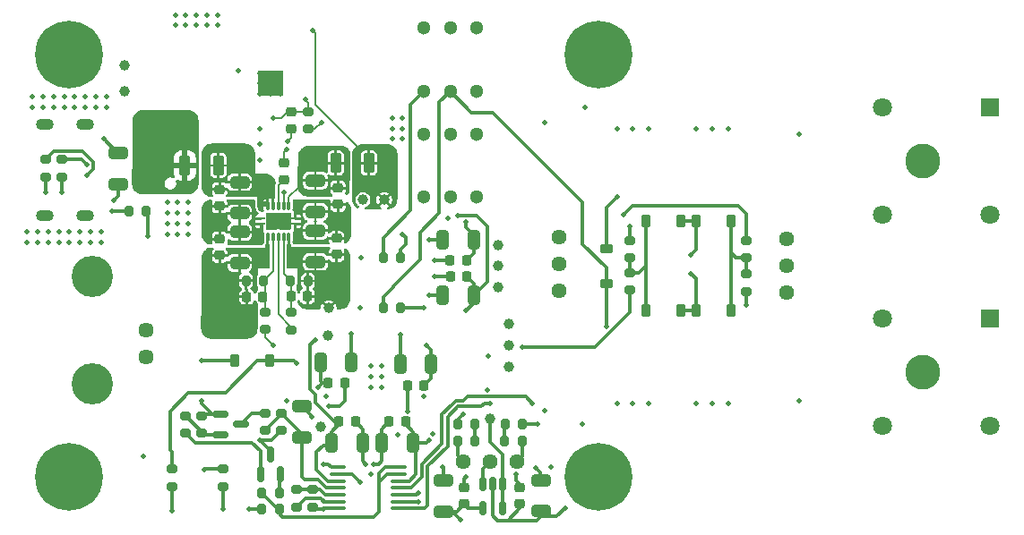
<source format=gbr>
%TF.GenerationSoftware,KiCad,Pcbnew,9.0.0*%
%TF.CreationDate,2025-04-26T17:32:35+02:00*%
%TF.ProjectId,Differential_Probe,44696666-6572-4656-9e74-69616c5f5072,rev?*%
%TF.SameCoordinates,Original*%
%TF.FileFunction,Copper,L4,Bot*%
%TF.FilePolarity,Positive*%
%FSLAX46Y46*%
G04 Gerber Fmt 4.6, Leading zero omitted, Abs format (unit mm)*
G04 Created by KiCad (PCBNEW 9.0.0) date 2025-04-26 17:32:35*
%MOMM*%
%LPD*%
G01*
G04 APERTURE LIST*
G04 Aperture macros list*
%AMRoundRect*
0 Rectangle with rounded corners*
0 $1 Rounding radius*
0 $2 $3 $4 $5 $6 $7 $8 $9 X,Y pos of 4 corners*
0 Add a 4 corners polygon primitive as box body*
4,1,4,$2,$3,$4,$5,$6,$7,$8,$9,$2,$3,0*
0 Add four circle primitives for the rounded corners*
1,1,$1+$1,$2,$3*
1,1,$1+$1,$4,$5*
1,1,$1+$1,$6,$7*
1,1,$1+$1,$8,$9*
0 Add four rect primitives between the rounded corners*
20,1,$1+$1,$2,$3,$4,$5,0*
20,1,$1+$1,$4,$5,$6,$7,0*
20,1,$1+$1,$6,$7,$8,$9,0*
20,1,$1+$1,$8,$9,$2,$3,0*%
G04 Aperture macros list end*
%TA.AperFunction,ComponentPad*%
%ADD10C,1.000000*%
%TD*%
%TA.AperFunction,ComponentPad*%
%ADD11C,0.800000*%
%TD*%
%TA.AperFunction,ComponentPad*%
%ADD12C,6.400000*%
%TD*%
%TA.AperFunction,ComponentPad*%
%ADD13C,1.300000*%
%TD*%
%TA.AperFunction,HeatsinkPad*%
%ADD14C,0.500000*%
%TD*%
%TA.AperFunction,HeatsinkPad*%
%ADD15R,2.450000X2.450000*%
%TD*%
%TA.AperFunction,ComponentPad*%
%ADD16C,1.440000*%
%TD*%
%TA.AperFunction,WasherPad*%
%ADD17C,1.800000*%
%TD*%
%TA.AperFunction,WasherPad*%
%ADD18R,1.800000X1.800000*%
%TD*%
%TA.AperFunction,ComponentPad*%
%ADD19C,3.300000*%
%TD*%
%TA.AperFunction,ComponentPad*%
%ADD20C,1.446000*%
%TD*%
%TA.AperFunction,ComponentPad*%
%ADD21C,3.900000*%
%TD*%
%TA.AperFunction,HeatsinkPad*%
%ADD22O,1.700000X1.100000*%
%TD*%
%TA.AperFunction,SMDPad,CuDef*%
%ADD23RoundRect,0.200000X0.275000X-0.200000X0.275000X0.200000X-0.275000X0.200000X-0.275000X-0.200000X0*%
%TD*%
%TA.AperFunction,SMDPad,CuDef*%
%ADD24RoundRect,0.200000X-0.275000X0.200000X-0.275000X-0.200000X0.275000X-0.200000X0.275000X0.200000X0*%
%TD*%
%TA.AperFunction,SMDPad,CuDef*%
%ADD25RoundRect,0.250000X-0.275000X-0.700000X0.275000X-0.700000X0.275000X0.700000X-0.275000X0.700000X0*%
%TD*%
%TA.AperFunction,SMDPad,CuDef*%
%ADD26RoundRect,0.225000X0.250000X-0.225000X0.250000X0.225000X-0.250000X0.225000X-0.250000X-0.225000X0*%
%TD*%
%TA.AperFunction,SMDPad,CuDef*%
%ADD27RoundRect,0.250000X0.650000X-0.325000X0.650000X0.325000X-0.650000X0.325000X-0.650000X-0.325000X0*%
%TD*%
%TA.AperFunction,SMDPad,CuDef*%
%ADD28RoundRect,0.225000X-0.250000X0.225000X-0.250000X-0.225000X0.250000X-0.225000X0.250000X0.225000X0*%
%TD*%
%TA.AperFunction,SMDPad,CuDef*%
%ADD29RoundRect,0.225000X-0.225000X-0.375000X0.225000X-0.375000X0.225000X0.375000X-0.225000X0.375000X0*%
%TD*%
%TA.AperFunction,SMDPad,CuDef*%
%ADD30RoundRect,0.250000X-0.325000X-0.650000X0.325000X-0.650000X0.325000X0.650000X-0.325000X0.650000X0*%
%TD*%
%TA.AperFunction,SMDPad,CuDef*%
%ADD31RoundRect,0.250000X0.275000X0.700000X-0.275000X0.700000X-0.275000X-0.700000X0.275000X-0.700000X0*%
%TD*%
%TA.AperFunction,SMDPad,CuDef*%
%ADD32RoundRect,0.225000X-0.225000X-0.250000X0.225000X-0.250000X0.225000X0.250000X-0.225000X0.250000X0*%
%TD*%
%TA.AperFunction,SMDPad,CuDef*%
%ADD33RoundRect,0.200000X-0.200000X-0.275000X0.200000X-0.275000X0.200000X0.275000X-0.200000X0.275000X0*%
%TD*%
%TA.AperFunction,SMDPad,CuDef*%
%ADD34RoundRect,0.200000X0.200000X0.275000X-0.200000X0.275000X-0.200000X-0.275000X0.200000X-0.275000X0*%
%TD*%
%TA.AperFunction,SMDPad,CuDef*%
%ADD35RoundRect,0.225000X0.225000X0.250000X-0.225000X0.250000X-0.225000X-0.250000X0.225000X-0.250000X0*%
%TD*%
%TA.AperFunction,SMDPad,CuDef*%
%ADD36RoundRect,0.225000X0.375000X-0.225000X0.375000X0.225000X-0.375000X0.225000X-0.375000X-0.225000X0*%
%TD*%
%TA.AperFunction,SMDPad,CuDef*%
%ADD37RoundRect,0.250000X-0.650000X0.325000X-0.650000X-0.325000X0.650000X-0.325000X0.650000X0.325000X0*%
%TD*%
%TA.AperFunction,SMDPad,CuDef*%
%ADD38RoundRect,0.100000X0.637500X0.100000X-0.637500X0.100000X-0.637500X-0.100000X0.637500X-0.100000X0*%
%TD*%
%TA.AperFunction,SMDPad,CuDef*%
%ADD39RoundRect,0.250000X0.325000X0.650000X-0.325000X0.650000X-0.325000X-0.650000X0.325000X-0.650000X0*%
%TD*%
%TA.AperFunction,SMDPad,CuDef*%
%ADD40RoundRect,0.150000X-0.150000X0.512500X-0.150000X-0.512500X0.150000X-0.512500X0.150000X0.512500X0*%
%TD*%
%TA.AperFunction,SMDPad,CuDef*%
%ADD41RoundRect,0.225000X0.225000X0.375000X-0.225000X0.375000X-0.225000X-0.375000X0.225000X-0.375000X0*%
%TD*%
%TA.AperFunction,SMDPad,CuDef*%
%ADD42R,0.280000X0.280000*%
%TD*%
%TA.AperFunction,SMDPad,CuDef*%
%ADD43O,0.280000X0.850000*%
%TD*%
%TA.AperFunction,ComponentPad*%
%ADD44C,0.600000*%
%TD*%
%TA.AperFunction,SMDPad,CuDef*%
%ADD45R,1.050000X0.680000*%
%TD*%
%TA.AperFunction,SMDPad,CuDef*%
%ADD46R,0.500000X0.260000*%
%TD*%
%TA.AperFunction,SMDPad,CuDef*%
%ADD47R,0.700000X0.280000*%
%TD*%
%TA.AperFunction,SMDPad,CuDef*%
%ADD48R,2.400000X1.650000*%
%TD*%
%TA.AperFunction,SMDPad,CuDef*%
%ADD49RoundRect,0.150000X0.150000X-0.587500X0.150000X0.587500X-0.150000X0.587500X-0.150000X-0.587500X0*%
%TD*%
%TA.AperFunction,SMDPad,CuDef*%
%ADD50RoundRect,0.150000X-0.587500X-0.150000X0.587500X-0.150000X0.587500X0.150000X-0.587500X0.150000X0*%
%TD*%
%TA.AperFunction,ViaPad*%
%ADD51C,0.500000*%
%TD*%
%TA.AperFunction,Conductor*%
%ADD52C,0.349000*%
%TD*%
%TA.AperFunction,Conductor*%
%ADD53C,0.200000*%
%TD*%
G04 APERTURE END LIST*
D10*
%TO.P,TP111,1,1*%
%TO.N,-12V*%
X129500000Y-129000000D03*
%TD*%
D11*
%TO.P,REF\u002A\u002A,1*%
%TO.N,N/C*%
X152600000Y-145000000D03*
X153302944Y-143302944D03*
X153302944Y-146697056D03*
X155000000Y-142600000D03*
D12*
%TO.N,GND*%
X155000000Y-145000000D03*
D11*
%TO.N,N/C*%
X155000000Y-147400000D03*
X156697056Y-143302944D03*
X156697056Y-146697056D03*
X157400000Y-145000000D03*
%TD*%
D10*
%TO.P,TP107,1,1*%
%TO.N,Net-(U106--)*%
X144750000Y-139500000D03*
%TD*%
%TO.P,TP105,1,1*%
%TO.N,/Amplifier/Single_ended_input*%
X146520000Y-134520000D03*
%TD*%
D13*
%TO.P,SW101,1,A*%
%TO.N,Net-(SW101-A)*%
X138500000Y-108500000D03*
%TO.P,SW101,2,C*%
%TO.N,/Buttons_indication/x10_attenuation*%
X141000000Y-108500000D03*
%TO.P,SW101,3,B*%
%TO.N,+5V*%
X143500000Y-108500000D03*
%TO.P,SW101,4*%
%TO.N,N/C*%
X143500000Y-102500000D03*
%TO.P,SW101,5*%
X141000000Y-102500000D03*
%TO.P,SW101,6*%
X138500000Y-102500000D03*
%TD*%
D14*
%TO.P,U102,25,EP*%
%TO.N,GND*%
X123025000Y-108712500D03*
X124000000Y-108712500D03*
X124975000Y-108712500D03*
X123025000Y-107737500D03*
X124000000Y-107737500D03*
D15*
X124000000Y-107737500D03*
D14*
X124975000Y-107737500D03*
X123025000Y-106762500D03*
X124000000Y-106762500D03*
X124975000Y-106762500D03*
%TD*%
D16*
%TO.P,RV101,1,1*%
%TO.N,Net-(R104-Pad1)*%
X172750000Y-122440000D03*
%TO.P,RV101,2,2*%
%TO.N,GND*%
X172750000Y-124980000D03*
%TO.P,RV101,3,3*%
%TO.N,Net-(R110-Pad2)*%
X172750000Y-127520000D03*
%TD*%
D10*
%TO.P,GND,1,1*%
%TO.N,GND*%
X132750000Y-118750000D03*
%TD*%
%TO.P,GND,1,1*%
%TO.N,GND*%
X129450000Y-131550000D03*
%TD*%
%TO.P,TP108,1,1*%
%TO.N,+15V*%
X110250000Y-108500000D03*
%TD*%
%TO.P,TP109,1,1*%
%TO.N,-15V*%
X134750000Y-118750000D03*
%TD*%
%TO.P,TP104,1,1*%
%TO.N,/Amplifier/Att_N*%
X145500000Y-127000000D03*
%TD*%
%TO.P,GND,1,1*%
%TO.N,GND*%
X146500000Y-132500000D03*
%TD*%
D16*
%TO.P,RV102,1,1*%
%TO.N,Net-(R120-Pad1)*%
X151250000Y-122240000D03*
%TO.P,RV102,2,2*%
%TO.N,GND*%
X151250000Y-124780000D03*
%TO.P,RV102,3,3*%
%TO.N,Net-(R123-Pad2)*%
X151250000Y-127320000D03*
%TD*%
D10*
%TO.P,TP110,1,1*%
%TO.N,+12V*%
X146500000Y-130500000D03*
%TD*%
D11*
%TO.P,REF\u002A\u002A,1*%
%TO.N,N/C*%
X102600000Y-145000000D03*
X103302944Y-143302944D03*
X103302944Y-146697056D03*
X105000000Y-142600000D03*
D12*
%TO.N,GND*%
X105000000Y-145000000D03*
D11*
%TO.N,N/C*%
X105000000Y-147400000D03*
X106697056Y-143302944D03*
X106697056Y-146697056D03*
X107400000Y-145000000D03*
%TD*%
D10*
%TO.P,GND,1,1*%
%TO.N,GND*%
X145500000Y-125000000D03*
%TD*%
%TO.P,GND,1,1*%
%TO.N,GND*%
X110250000Y-106000000D03*
%TD*%
%TO.P,TP103,1,1*%
%TO.N,/Amplifier/Att_P*%
X145500000Y-123000000D03*
%TD*%
D16*
%TO.P,RV103,1,1*%
%TO.N,Net-(R157-Pad2)*%
X147290000Y-143500000D03*
%TO.P,RV103,2,2*%
%TO.N,Net-(U106-+)*%
X144750000Y-143500000D03*
%TO.P,RV103,3,3*%
%TO.N,Net-(R158-Pad1)*%
X142210000Y-143500000D03*
%TD*%
D13*
%TO.P,SW102,1,A*%
%TO.N,unconnected-(SW102-A-Pad1)*%
X138500000Y-118500000D03*
%TO.P,SW102,2,C*%
%TO.N,/Amplifier/BW_Limit*%
X141000000Y-118500000D03*
%TO.P,SW102,3,B*%
%TO.N,+5V*%
X143500000Y-118500000D03*
%TO.P,SW102,4*%
%TO.N,N/C*%
X143500000Y-112500000D03*
%TO.P,SW102,5*%
X141000000Y-112500000D03*
%TO.P,SW102,6*%
X138500000Y-112500000D03*
%TD*%
D17*
%TO.P,J103,*%
%TO.N,*%
X192000000Y-140160000D03*
D18*
X192000000Y-130000000D03*
D17*
X181840000Y-140160000D03*
X181840000Y-130000000D03*
D19*
%TO.P,J103,1,Pin_1*%
%TO.N,/Input_attenuator/INPUT_N*%
X185640000Y-135080000D03*
%TD*%
D11*
%TO.P,REF\u002A\u002A,1*%
%TO.N,N/C*%
X102600000Y-105000000D03*
X103302944Y-103302944D03*
X103302944Y-106697056D03*
X105000000Y-102600000D03*
D12*
%TO.N,GND*%
X105000000Y-105000000D03*
D11*
%TO.N,N/C*%
X105000000Y-107400000D03*
X106697056Y-103302944D03*
X106697056Y-106697056D03*
X107400000Y-105000000D03*
%TD*%
D17*
%TO.P,J101,*%
%TO.N,*%
X192000000Y-120160000D03*
D18*
X192000000Y-110000000D03*
D17*
X181840000Y-120160000D03*
X181840000Y-110000000D03*
D19*
%TO.P,J101,1,Pin_1*%
%TO.N,/Input_attenuator/INPUT_P*%
X185640000Y-115080000D03*
%TD*%
D20*
%TO.P,J102,1,In*%
%TO.N,/Amplifier/Output*%
X112230000Y-131100000D03*
%TO.P,J102,2,Ext*%
%TO.N,GND*%
X112230000Y-133640000D03*
D21*
%TO.P,J102,MH1*%
%TO.N,N/C*%
X107150000Y-126020000D03*
%TO.P,J102,MH2*%
X107150000Y-136180000D03*
%TD*%
D22*
%TO.P,J104,S1,SHIELD*%
%TO.N,GND*%
X106450000Y-111610000D03*
X102650000Y-111610000D03*
X106450000Y-120250000D03*
X102650000Y-120250000D03*
%TD*%
D11*
%TO.P,REF\u002A\u002A,1*%
%TO.N,N/C*%
X152600000Y-105000000D03*
X153302944Y-103302944D03*
X153302944Y-106697056D03*
X155000000Y-102600000D03*
D12*
%TO.N,GND*%
X155000000Y-105000000D03*
D11*
%TO.N,N/C*%
X155000000Y-107400000D03*
%TO.N,GND*%
X156697056Y-103302944D03*
%TO.N,N/C*%
X156697056Y-106697056D03*
X157400000Y-105000000D03*
%TD*%
D10*
%TO.P,TP106,1,1*%
%TO.N,Net-(R136-Pad1)*%
X128750000Y-140250000D03*
%TD*%
D23*
%TO.P,R140,1*%
%TO.N,Net-(D111-A)*%
X119500000Y-145875000D03*
%TO.P,R140,2*%
%TO.N,+5V*%
X119500000Y-144225000D03*
%TD*%
D24*
%TO.P,R122,1*%
%TO.N,(-)_Protection_Bias*%
X169000000Y-125762500D03*
%TO.P,R122,2*%
%TO.N,GND*%
X169000000Y-127412500D03*
%TD*%
D25*
%TO.P,FB103,1*%
%TO.N,+15V*%
X115925000Y-115500000D03*
%TO.P,FB103,2*%
%TO.N,Net-(U101-EN)*%
X119075000Y-115500000D03*
%TD*%
D26*
%TO.P,C155,1*%
%TO.N,-12V*%
X147575000Y-147525000D03*
%TO.P,C155,2*%
%TO.N,GND*%
X147575000Y-145975000D03*
%TD*%
D23*
%TO.P,R134,1*%
%TO.N,+5V*%
X127600000Y-112062500D03*
%TO.P,R134,2*%
%TO.N,Net-(U102-ENN)*%
X127600000Y-110412500D03*
%TD*%
D27*
%TO.P,C157,1*%
%TO.N,+12V*%
X140325000Y-148237500D03*
%TO.P,C157,2*%
%TO.N,GND*%
X140325000Y-145287500D03*
%TD*%
D28*
%TO.P,C136,1*%
%TO.N,Net-(U101-INN)*%
X130400000Y-117625000D03*
%TO.P,C136,2*%
%TO.N,GND*%
X130400000Y-119175000D03*
%TD*%
D26*
%TO.P,C158,1*%
%TO.N,+12V*%
X142325000Y-147537500D03*
%TO.P,C158,2*%
%TO.N,GND*%
X142325000Y-145987500D03*
%TD*%
D29*
%TO.P,D103,1,K*%
%TO.N,(+)_Protection_Bias*%
X159450000Y-120750000D03*
%TO.P,D103,2,A*%
%TO.N,/Amplifier/Att_P*%
X162750000Y-120750000D03*
%TD*%
D30*
%TO.P,C150,1*%
%TO.N,+12V*%
X128725000Y-134100000D03*
%TO.P,C150,2*%
%TO.N,GND*%
X131675000Y-134100000D03*
%TD*%
D27*
%TO.P,C162,1*%
%TO.N,+5V*%
X109600000Y-117275000D03*
%TO.P,C162,2*%
%TO.N,GND*%
X109600000Y-114325000D03*
%TD*%
D31*
%TO.P,FB104,1*%
%TO.N,-15V*%
X133325000Y-115250000D03*
%TO.P,FB104,2*%
%TO.N,Net-(U101-INN)*%
X130175000Y-115250000D03*
%TD*%
D32*
%TO.P,C131,1*%
%TO.N,+12V*%
X121745000Y-127925000D03*
%TO.P,C131,2*%
%TO.N,Net-(U101-FBP)*%
X123295000Y-127925000D03*
%TD*%
D33*
%TO.P,R130,1*%
%TO.N,Net-(U101-FBN)*%
X125895000Y-126425000D03*
%TO.P,R130,2*%
%TO.N,-12V*%
X127545000Y-126425000D03*
%TD*%
D23*
%TO.P,R165,1*%
%TO.N,+5V*%
X126500000Y-147825000D03*
%TO.P,R165,2*%
%TO.N,Net-(U104C--)*%
X126500000Y-146175000D03*
%TD*%
D27*
%TO.P,C163,1*%
%TO.N,Net-(U104C-+)*%
X126980000Y-141225000D03*
%TO.P,C163,2*%
%TO.N,GND*%
X126980000Y-138275000D03*
%TD*%
D34*
%TO.P,R154,1*%
%TO.N,Net-(D113-A)*%
X136325000Y-124200000D03*
%TO.P,R154,2*%
%TO.N,Net-(SW101-A)*%
X134675000Y-124200000D03*
%TD*%
D26*
%TO.P,C132,1*%
%TO.N,Net-(U101-NR{slash}SS)*%
X125300000Y-116825000D03*
%TO.P,C132,2*%
%TO.N,GND*%
X125300000Y-115275000D03*
%TD*%
D35*
%TO.P,C161,1*%
%TO.N,-12V*%
X138525000Y-136300000D03*
%TO.P,C161,2*%
%TO.N,GND*%
X136975000Y-136300000D03*
%TD*%
D34*
%TO.P,R127,1*%
%TO.N,Net-(U101-FBP)*%
X123345000Y-126395000D03*
%TO.P,R127,2*%
%TO.N,+12V*%
X121695000Y-126395000D03*
%TD*%
D36*
%TO.P,D105,1,K*%
%TO.N,/Buttons_indication/x10_attenuation*%
X155750000Y-126650000D03*
%TO.P,D105,2,A*%
%TO.N,GND*%
X155750000Y-123350000D03*
%TD*%
D37*
%TO.P,C137,1*%
%TO.N,Net-(U101-INN)*%
X128250000Y-116925000D03*
%TO.P,C137,2*%
%TO.N,GND*%
X128250000Y-119875000D03*
%TD*%
D38*
%TO.P,U104,1*%
%TO.N,Net-(R155-Pad2)*%
X136112500Y-144050000D03*
%TO.P,U104,2*%
X136112500Y-144700000D03*
%TO.P,U104,3,V+*%
%TO.N,+12V*%
X136112500Y-145350000D03*
%TO.P,U104,4,-*%
%TO.N,Net-(U104A--)*%
X136112500Y-146000000D03*
%TO.P,U104,5,+*%
%TO.N,Net-(U104A-+)*%
X136112500Y-146650000D03*
%TO.P,U104,6,-*%
%TO.N,Net-(U104B--)*%
X136112500Y-147300000D03*
%TO.P,U104,7,+*%
%TO.N,Net-(U104B-+)*%
X136112500Y-147950000D03*
%TO.P,U104,8,-*%
%TO.N,GND*%
X130387500Y-147950000D03*
%TO.P,U104,9,+*%
%TO.N,+5V*%
X130387500Y-147300000D03*
%TO.P,U104,10,-*%
%TO.N,Net-(U104C--)*%
X130387500Y-146650000D03*
%TO.P,U104,11,+*%
%TO.N,Net-(U104C-+)*%
X130387500Y-146000000D03*
%TO.P,U104,12,V-*%
%TO.N,-12V*%
X130387500Y-145350000D03*
%TO.P,U104,13*%
%TO.N,Net-(D111-K)*%
X130387500Y-144700000D03*
%TO.P,U104,14*%
%TO.N,GND*%
X130387500Y-144050000D03*
%TD*%
D39*
%TO.P,C165,1*%
%TO.N,+12V*%
X137475000Y-141750000D03*
%TO.P,C165,2*%
%TO.N,GND*%
X134525000Y-141750000D03*
%TD*%
D24*
%TO.P,R164,1*%
%TO.N,Net-(U104C--)*%
X128000000Y-146175000D03*
%TO.P,R164,2*%
%TO.N,GND*%
X128000000Y-147825000D03*
%TD*%
%TO.P,R124,1*%
%TO.N,GND*%
X158000000Y-122587500D03*
%TO.P,R124,2*%
%TO.N,(+)_Protection_Bias*%
X158000000Y-124237500D03*
%TD*%
D23*
%TO.P,R162,1*%
%TO.N,Net-(U104C-+)*%
X123500000Y-140575000D03*
%TO.P,R162,2*%
%TO.N,Net-(Q102-D)*%
X123500000Y-138925000D03*
%TD*%
D26*
%TO.P,C135,1*%
%TO.N,-12V*%
X130250000Y-123925000D03*
%TO.P,C135,2*%
%TO.N,GND*%
X130250000Y-122375000D03*
%TD*%
D29*
%TO.P,D104,1,K*%
%TO.N,/Amplifier/Att_P*%
X164200000Y-120750000D03*
%TO.P,D104,2,A*%
%TO.N,(-)_Protection_Bias*%
X167500000Y-120750000D03*
%TD*%
D33*
%TO.P,R157,1*%
%TO.N,Net-(R150-Pad2)*%
X146150000Y-141600000D03*
%TO.P,R157,2*%
%TO.N,Net-(R157-Pad2)*%
X147800000Y-141600000D03*
%TD*%
D37*
%TO.P,C128,1*%
%TO.N,Net-(U101-EN)*%
X121100000Y-117075000D03*
%TO.P,C128,2*%
%TO.N,GND*%
X121100000Y-120025000D03*
%TD*%
D40*
%TO.P,U106,1,+*%
%TO.N,Net-(U106-+)*%
X144050000Y-145612500D03*
%TO.P,U106,2,V-*%
%TO.N,-12V*%
X145000000Y-145612500D03*
%TO.P,U106,3,-*%
%TO.N,Net-(U106--)*%
X145950000Y-145612500D03*
%TO.P,U106,4*%
X145950000Y-147887500D03*
%TO.P,U106,5,V+*%
%TO.N,+12V*%
X144050000Y-147887500D03*
%TD*%
D32*
%TO.P,C164,1*%
%TO.N,-12V*%
X130475000Y-139750000D03*
%TO.P,C164,2*%
%TO.N,GND*%
X132025000Y-139750000D03*
%TD*%
D24*
%TO.P,R121,1*%
%TO.N,(+)_Protection_Bias*%
X158000000Y-125662500D03*
%TO.P,R121,2*%
%TO.N,+12V*%
X158000000Y-127312500D03*
%TD*%
D28*
%TO.P,C127,1*%
%TO.N,Net-(U101-EN)*%
X119200000Y-117775000D03*
%TO.P,C127,2*%
%TO.N,GND*%
X119200000Y-119325000D03*
%TD*%
D35*
%TO.P,C166,1*%
%TO.N,+12V*%
X136775000Y-139750000D03*
%TO.P,C166,2*%
%TO.N,GND*%
X135225000Y-139750000D03*
%TD*%
D24*
%TO.P,R152,1*%
%TO.N,Net-(J104-CC1)*%
X104260000Y-114925000D03*
%TO.P,R152,2*%
%TO.N,GND*%
X104260000Y-116575000D03*
%TD*%
D29*
%TO.P,D106,1,K*%
%TO.N,(+)_Protection_Bias*%
X159450000Y-129250000D03*
%TO.P,D106,2,A*%
%TO.N,/Amplifier/Att_N*%
X162750000Y-129250000D03*
%TD*%
D24*
%TO.P,R151,1*%
%TO.N,Net-(J104-CC2)*%
X102750000Y-114925000D03*
%TO.P,R151,2*%
%TO.N,GND*%
X102750000Y-116575000D03*
%TD*%
D30*
%TO.P,C159,1*%
%TO.N,-12V*%
X129775000Y-141750000D03*
%TO.P,C159,2*%
%TO.N,GND*%
X132725000Y-141750000D03*
%TD*%
D41*
%TO.P,D110,1,K*%
%TO.N,/Amplifier/BW_Limit*%
X123900000Y-134000000D03*
%TO.P,D110,2,A*%
%TO.N,GND*%
X120600000Y-134000000D03*
%TD*%
D42*
%TO.P,U101,1,INP*%
%TO.N,Net-(U101-EN)*%
X123750000Y-119015000D03*
D43*
X123750000Y-119300000D03*
D42*
%TO.P,U101,2,EN*%
X124250000Y-119015000D03*
D43*
X124250000Y-119300000D03*
D42*
%TO.P,U101,3,NR/SS*%
%TO.N,Net-(U101-NR{slash}SS)*%
X124750000Y-119015000D03*
D43*
X124750000Y-119300000D03*
D42*
%TO.P,U101,4,GND*%
%TO.N,GND*%
X125250000Y-119015000D03*
D43*
X125250000Y-119300000D03*
D42*
%TO.P,U101,5,INN*%
%TO.N,Net-(U101-INN)*%
X125750000Y-119015000D03*
D43*
X125750000Y-119300000D03*
%TO.P,U101,6,OUTN*%
%TO.N,-12V*%
X125750000Y-122250000D03*
D42*
X125750000Y-122535000D03*
D43*
%TO.P,U101,7,FBN*%
%TO.N,Net-(U101-FBN)*%
X125250000Y-122250000D03*
D42*
X125250000Y-122535000D03*
D43*
%TO.P,U101,8,BUF*%
%TO.N,Net-(U101-BUF)*%
X124750000Y-122250000D03*
D42*
X124750000Y-122535000D03*
D43*
%TO.P,U101,9,FBP*%
%TO.N,Net-(U101-FBP)*%
X124250000Y-122250000D03*
D42*
X124250000Y-122535000D03*
D43*
%TO.P,U101,10,OUTP*%
%TO.N,+12V*%
X123750000Y-122250000D03*
D42*
X123750000Y-122535000D03*
D44*
%TO.P,U101,11,GND*%
%TO.N,GND*%
X125500000Y-120275000D03*
X124000000Y-120275000D03*
D45*
X125385000Y-120325000D03*
X124115000Y-120325000D03*
D46*
X126380000Y-120525000D03*
D47*
X126300000Y-120525000D03*
X123200000Y-120525000D03*
D46*
X123120000Y-120525000D03*
D44*
X124750000Y-120775000D03*
D48*
X124750000Y-120775000D03*
D46*
X126380000Y-121025000D03*
D47*
X126300000Y-121025000D03*
X123200000Y-121025000D03*
D46*
X123120000Y-121025000D03*
D45*
X125385000Y-121225000D03*
X124115000Y-121225000D03*
D44*
X125500000Y-121275000D03*
X124000000Y-121275000D03*
%TD*%
D34*
%TO.P,R166,1*%
%TO.N,Net-(Q101-G)*%
X124825000Y-146500000D03*
%TO.P,R166,2*%
%TO.N,Net-(R155-Pad2)*%
X123175000Y-146500000D03*
%TD*%
D35*
%TO.P,C156,1*%
%TO.N,-12V*%
X142525000Y-124500000D03*
%TO.P,C156,2*%
%TO.N,GND*%
X140975000Y-124500000D03*
%TD*%
D26*
%TO.P,C130,1*%
%TO.N,+12V*%
X119220000Y-124000000D03*
%TO.P,C130,2*%
%TO.N,GND*%
X119220000Y-122450000D03*
%TD*%
D39*
%TO.P,C154,1*%
%TO.N,-12V*%
X143225000Y-122500000D03*
%TO.P,C154,2*%
%TO.N,GND*%
X140275000Y-122500000D03*
%TD*%
D28*
%TO.P,C144,1*%
%TO.N,Net-(U102-ENN)*%
X125952500Y-110462500D03*
%TO.P,C144,2*%
%TO.N,GND*%
X125952500Y-112012500D03*
%TD*%
D24*
%TO.P,R125,1*%
%TO.N,-12V*%
X169000000Y-122587500D03*
%TO.P,R125,2*%
%TO.N,(-)_Protection_Bias*%
X169000000Y-124237500D03*
%TD*%
D39*
%TO.P,C153,1*%
%TO.N,-12V*%
X139200000Y-134300000D03*
%TO.P,C153,2*%
%TO.N,GND*%
X136250000Y-134300000D03*
%TD*%
D23*
%TO.P,R129,1*%
%TO.N,Net-(U101-BUF)*%
X126000000Y-131075000D03*
%TO.P,R129,2*%
%TO.N,Net-(U101-FBN)*%
X126000000Y-129425000D03*
%TD*%
D49*
%TO.P,Q101,1,G*%
%TO.N,Net-(Q101-G)*%
X124950000Y-144750000D03*
%TO.P,Q101,2,S*%
%TO.N,Net-(Q101-S)*%
X123050000Y-144750000D03*
%TO.P,Q101,3,D*%
%TO.N,+5V*%
X124000000Y-142875000D03*
%TD*%
D34*
%TO.P,R153,1*%
%TO.N,Net-(D112-K)*%
X112250000Y-119800000D03*
%TO.P,R153,2*%
%TO.N,GND*%
X110600000Y-119800000D03*
%TD*%
%TO.P,R150,1*%
%TO.N,-12V*%
X147825000Y-140000000D03*
%TO.P,R150,2*%
%TO.N,Net-(R150-Pad2)*%
X146175000Y-140000000D03*
%TD*%
D32*
%TO.P,C133,1*%
%TO.N,Net-(U101-FBN)*%
X125945000Y-127885000D03*
%TO.P,C133,2*%
%TO.N,-12V*%
X127495000Y-127885000D03*
%TD*%
%TO.P,C152,1*%
%TO.N,+12V*%
X129450000Y-136100000D03*
%TO.P,C152,2*%
%TO.N,GND*%
X131000000Y-136100000D03*
%TD*%
D23*
%TO.P,R163,1*%
%TO.N,+5V*%
X125000000Y-140575000D03*
%TO.P,R163,2*%
%TO.N,Net-(U104C-+)*%
X125000000Y-138925000D03*
%TD*%
D39*
%TO.P,C148,1*%
%TO.N,+12V*%
X143225000Y-127750000D03*
%TO.P,C148,2*%
%TO.N,GND*%
X140275000Y-127750000D03*
%TD*%
D34*
%TO.P,R101,1*%
%TO.N,Net-(D101-A)*%
X136325000Y-129000000D03*
%TO.P,R101,2*%
%TO.N,/Buttons_indication/x10_attenuation*%
X134675000Y-129000000D03*
%TD*%
D33*
%TO.P,R155,1*%
%TO.N,+5V*%
X123175000Y-148000000D03*
%TO.P,R155,2*%
%TO.N,Net-(R155-Pad2)*%
X124825000Y-148000000D03*
%TD*%
D34*
%TO.P,R148,1*%
%TO.N,Net-(R148-Pad1)*%
X143325000Y-140000000D03*
%TO.P,R148,2*%
%TO.N,+12V*%
X141675000Y-140000000D03*
%TD*%
D50*
%TO.P,Q102,1,G*%
%TO.N,Net-(Q102-G)*%
X119312500Y-140950000D03*
%TO.P,Q102,2,S*%
%TO.N,GND*%
X119312500Y-139050000D03*
%TO.P,Q102,3,D*%
%TO.N,Net-(Q102-D)*%
X121187500Y-140000000D03*
%TD*%
D27*
%TO.P,C160,1*%
%TO.N,-12V*%
X149575000Y-148225000D03*
%TO.P,C160,2*%
%TO.N,GND*%
X149575000Y-145275000D03*
%TD*%
D35*
%TO.P,C149,1*%
%TO.N,+12V*%
X142550000Y-125990000D03*
%TO.P,C149,2*%
%TO.N,GND*%
X141000000Y-125990000D03*
%TD*%
D29*
%TO.P,D107,1,K*%
%TO.N,/Amplifier/Att_N*%
X164200000Y-129250000D03*
%TO.P,D107,2,A*%
%TO.N,(-)_Protection_Bias*%
X167500000Y-129250000D03*
%TD*%
D24*
%TO.P,R128,1*%
%TO.N,Net-(U101-FBP)*%
X123500000Y-129350000D03*
%TO.P,R128,2*%
%TO.N,GND*%
X123500000Y-131000000D03*
%TD*%
D23*
%TO.P,R102,1*%
%TO.N,Net-(D102-A)*%
X114700000Y-145875000D03*
%TO.P,R102,2*%
%TO.N,/Amplifier/BW_Limit*%
X114700000Y-144225000D03*
%TD*%
D27*
%TO.P,C129,1*%
%TO.N,+12V*%
X121100000Y-124725000D03*
%TO.P,C129,2*%
%TO.N,GND*%
X121100000Y-121775000D03*
%TD*%
%TO.P,C134,1*%
%TO.N,-12V*%
X128250000Y-124625000D03*
%TO.P,C134,2*%
%TO.N,GND*%
X128250000Y-121675000D03*
%TD*%
D33*
%TO.P,R158,1*%
%TO.N,Net-(R158-Pad1)*%
X141675000Y-141600000D03*
%TO.P,R158,2*%
%TO.N,Net-(R148-Pad1)*%
X143325000Y-141600000D03*
%TD*%
D23*
%TO.P,R160,1*%
%TO.N,Net-(Q102-G)*%
X117500000Y-140825000D03*
%TO.P,R160,2*%
%TO.N,GND*%
X117500000Y-139175000D03*
%TD*%
D24*
%TO.P,R161,1*%
%TO.N,Net-(Q102-G)*%
X116000000Y-139175000D03*
%TO.P,R161,2*%
%TO.N,Net-(Q101-S)*%
X116000000Y-140825000D03*
%TD*%
D51*
%TO.N,GND*%
X133500000Y-134500000D03*
X103500000Y-109000000D03*
X109000000Y-119800000D03*
X115000000Y-101250000D03*
X102500000Y-110000000D03*
X117500000Y-134000000D03*
X144500000Y-136750000D03*
X116000000Y-102250000D03*
X116000000Y-101250000D03*
X167250000Y-138010000D03*
X156750000Y-118500000D03*
X112000000Y-143000000D03*
X123000000Y-115000000D03*
X108000000Y-122750000D03*
X105500000Y-110000000D03*
X127933411Y-139316589D03*
X117000000Y-101250000D03*
X104500000Y-110000000D03*
X132500000Y-129000000D03*
X117500000Y-137750000D03*
X139000000Y-122500000D03*
X156750000Y-112010000D03*
X107000000Y-121750000D03*
X149075000Y-144152500D03*
X135500000Y-111000000D03*
X164250000Y-112010000D03*
X159750000Y-138010000D03*
X101500000Y-109000000D03*
X125600000Y-113200000D03*
X102000000Y-122750000D03*
X138500000Y-137375000D03*
X136500000Y-111000000D03*
X108000000Y-121750000D03*
X121000000Y-106500000D03*
X102000000Y-121750000D03*
X119000000Y-102250000D03*
X106000000Y-122750000D03*
X133500000Y-136500000D03*
X139510000Y-125990000D03*
X107500000Y-110000000D03*
X134500000Y-135500000D03*
X103000000Y-122750000D03*
X101500000Y-110000000D03*
X147250000Y-144750000D03*
X105500000Y-109000000D03*
X118000000Y-102250000D03*
X106500000Y-109000000D03*
X140250000Y-144000000D03*
X134500000Y-134500000D03*
X167250000Y-112010000D03*
X108250000Y-113000000D03*
X117000000Y-102250000D03*
X119000000Y-101250000D03*
X125500000Y-137750000D03*
X159750000Y-112010000D03*
X130000000Y-121000000D03*
X107500000Y-109000000D03*
X139500000Y-124500000D03*
X104250000Y-118000000D03*
X158000000Y-121237500D03*
X133500000Y-144750000D03*
X137000000Y-138825000D03*
X103000000Y-121750000D03*
X133500000Y-135500000D03*
X125300000Y-118050000D03*
X133750000Y-143750000D03*
X174000000Y-112500000D03*
X104500000Y-109000000D03*
X135500000Y-112000000D03*
X129000000Y-143750000D03*
X108500000Y-110000000D03*
X101000000Y-121750000D03*
X153500000Y-140000000D03*
X169000000Y-128737500D03*
X102800000Y-118000000D03*
X124250000Y-132500000D03*
X133000000Y-143750000D03*
X105000000Y-121750000D03*
X134500000Y-136500000D03*
X158250000Y-112010000D03*
X136500000Y-112000000D03*
X149900000Y-111410000D03*
X158250000Y-138010000D03*
X118500000Y-121000000D03*
X165750000Y-138010000D03*
X142500000Y-145000000D03*
X174000000Y-137750000D03*
X108500000Y-109000000D03*
X129000000Y-148000000D03*
X102500000Y-109000000D03*
X105000000Y-122750000D03*
X104000000Y-121750000D03*
X164260000Y-138000000D03*
X103500000Y-110000000D03*
X101000000Y-122750000D03*
X144600000Y-133570000D03*
X165750000Y-112010000D03*
X136500000Y-113000000D03*
X118000000Y-101250000D03*
X139313051Y-140873899D03*
X153750000Y-110000000D03*
X156750000Y-138010000D03*
X123000000Y-113500000D03*
X131675000Y-131425000D03*
X106000000Y-121750000D03*
X104000000Y-122750000D03*
X149900000Y-138660000D03*
X125500000Y-114000000D03*
X123000000Y-112000000D03*
X119500000Y-121000000D03*
X129500000Y-138250000D03*
X115000000Y-102250000D03*
X132550000Y-124200000D03*
X106500000Y-110000000D03*
X140750000Y-120500000D03*
X135500000Y-113000000D03*
X131000000Y-121000000D03*
X136250000Y-131500000D03*
X107000000Y-122750000D03*
X138975500Y-127750000D03*
%TO.N,+15V*%
X113500000Y-111000000D03*
X112500000Y-112000000D03*
X112500000Y-111000000D03*
X111500000Y-112000000D03*
X111500000Y-111000000D03*
X113500000Y-112000000D03*
%TO.N,-15V*%
X133000000Y-117500000D03*
X135000000Y-116000000D03*
X134000000Y-117500000D03*
X128000000Y-102750000D03*
X135750000Y-114500000D03*
X135000000Y-116750000D03*
X135000000Y-117500000D03*
X135000000Y-114500000D03*
X132000000Y-117500000D03*
X135750000Y-117500000D03*
X134000000Y-116750000D03*
X135750000Y-115250000D03*
X135000000Y-115250000D03*
X132000000Y-116750000D03*
X135750000Y-116750000D03*
X135750000Y-116000000D03*
X133000000Y-116750000D03*
%TO.N,/Amplifier/Att_N*%
X163750000Y-125750000D03*
%TO.N,+5V*%
X115250000Y-122000000D03*
X128800000Y-111400000D03*
X114250000Y-119000000D03*
X116250000Y-120000000D03*
X115250000Y-121000000D03*
X128972182Y-147250000D03*
X116250000Y-119000000D03*
X116250000Y-122000000D03*
X114250000Y-120000000D03*
X117750000Y-144250000D03*
X114250000Y-122000000D03*
X115250000Y-119000000D03*
X123000000Y-141500000D03*
X122000000Y-148000000D03*
X115250000Y-120000000D03*
X109200000Y-118800000D03*
X116250000Y-121000000D03*
X114250000Y-121000000D03*
%TO.N,/Amplifier/BW_Limit*%
X126500000Y-134250000D03*
%TO.N,+12V*%
X147800000Y-132700000D03*
X142250000Y-139000000D03*
X120500000Y-131000000D03*
X136000000Y-141000000D03*
X141675000Y-120250000D03*
X128500000Y-136500000D03*
X122500000Y-130000000D03*
X142500000Y-129250000D03*
X122500000Y-129000000D03*
X121500000Y-129000000D03*
X139000000Y-141500000D03*
X121500000Y-131000000D03*
X142000000Y-149000000D03*
X120500000Y-130000000D03*
X120500000Y-129000000D03*
X121500000Y-130000000D03*
X129250000Y-137375000D03*
X122500000Y-131000000D03*
%TO.N,-12V*%
X131000000Y-128000000D03*
X150500000Y-144000000D03*
X130000000Y-126000000D03*
X130000000Y-127000000D03*
X142500000Y-120874500D03*
X151840000Y-147887500D03*
X157350000Y-120150000D03*
X149250000Y-140000000D03*
X129000000Y-127000000D03*
X128250000Y-132000000D03*
X130000000Y-128000000D03*
X129000000Y-128000000D03*
X129000000Y-126000000D03*
X131000000Y-126000000D03*
X131000000Y-127000000D03*
X138750000Y-132500000D03*
%TO.N,Net-(U102-ENN)*%
X127310000Y-109277500D03*
X124250000Y-111000000D03*
%TO.N,Net-(D101-A)*%
X138500000Y-129000000D03*
%TO.N,Net-(D102-A)*%
X114700000Y-148200000D03*
%TO.N,Net-(D112-K)*%
X112425000Y-122175000D03*
%TO.N,Net-(D113-A)*%
X136500000Y-122000000D03*
%TO.N,Net-(J104-CC1)*%
X106630000Y-115430000D03*
%TO.N,Net-(J104-CC2)*%
X106630000Y-116430000D03*
%TO.N,/Amplifier/Att_P*%
X163750000Y-124000000D03*
%TO.N,Net-(D111-A)*%
X119500000Y-148000000D03*
%TO.N,Net-(D111-K)*%
X132500000Y-145500000D03*
%TO.N,/Buttons_indication/x10_attenuation*%
X155750000Y-130750000D03*
%TO.N,Net-(U104B--)*%
X137950000Y-147300000D03*
%TO.N,Net-(U104B-+)*%
X144750000Y-137999000D03*
%TO.N,Net-(U104A--)*%
X148750000Y-138000000D03*
%TO.N,Net-(U104A-+)*%
X138000000Y-146500000D03*
%TD*%
D52*
%TO.N,GND*%
X110600000Y-119800000D02*
X109000000Y-119800000D01*
X140325000Y-144075000D02*
X140250000Y-144000000D01*
D53*
X125250000Y-119300000D02*
X125250000Y-118100000D01*
D52*
X104260000Y-116510000D02*
X104260000Y-116575000D01*
X102750000Y-117950000D02*
X102800000Y-118000000D01*
D53*
X123500000Y-131750000D02*
X124250000Y-132500000D01*
D52*
X136250000Y-131500000D02*
X136250000Y-134175000D01*
X117500000Y-134000000D02*
X120600000Y-134000000D01*
X132725000Y-140450000D02*
X132025000Y-139750000D01*
X132725000Y-141750000D02*
X132725000Y-140450000D01*
X109575000Y-114325000D02*
X108250000Y-113000000D01*
X137000000Y-138825000D02*
X137000000Y-138300000D01*
X140975000Y-124500000D02*
X139500000Y-124500000D01*
X132725000Y-143475000D02*
X133000000Y-143750000D01*
X169000000Y-127412500D02*
X169000000Y-128737500D01*
X127933411Y-139228411D02*
X126980000Y-138275000D01*
X129452588Y-143750000D02*
X129752588Y-144050000D01*
X155750000Y-119500000D02*
X156750000Y-118500000D01*
X133750000Y-143750000D02*
X134250000Y-143750000D01*
X149500000Y-145287500D02*
X149500000Y-144577500D01*
X119312500Y-139050000D02*
X118500000Y-139050000D01*
X131675000Y-131425000D02*
X131675000Y-134100000D01*
X158000000Y-122587500D02*
X158000000Y-121237500D01*
X129000000Y-143750000D02*
X129452588Y-143750000D01*
X132725000Y-142000000D02*
X132725000Y-143475000D01*
X127933411Y-139316589D02*
X127933411Y-139228411D01*
X141000000Y-125990000D02*
X139510000Y-125990000D01*
X140275000Y-122500000D02*
X139000000Y-122500000D01*
X128000000Y-147825000D02*
X128175000Y-148000000D01*
X140325000Y-145287500D02*
X140325000Y-144075000D01*
X128175000Y-148000000D02*
X129000000Y-148000000D01*
X129050000Y-147950000D02*
X129000000Y-148000000D01*
X149075000Y-145712500D02*
X149500000Y-145287500D01*
X109600000Y-114325000D02*
X109575000Y-114325000D01*
D53*
X125300000Y-114200000D02*
X125300000Y-115275000D01*
D52*
X104250000Y-116500000D02*
X104260000Y-116510000D01*
X142325000Y-145987500D02*
X142325000Y-145175000D01*
X118500000Y-139050000D02*
X117625000Y-139050000D01*
X140275000Y-127750000D02*
X138975500Y-127750000D01*
D53*
X125952500Y-112012500D02*
X125952500Y-112847500D01*
D52*
X130500000Y-138250000D02*
X131000000Y-137750000D01*
X134525000Y-141750000D02*
X134525000Y-140450000D01*
X149500000Y-144577500D02*
X149075000Y-144152500D01*
X129500000Y-138250000D02*
X130500000Y-138250000D01*
X102750000Y-116575000D02*
X102750000Y-117950000D01*
X134250000Y-143750000D02*
X134525000Y-143475000D01*
X137000000Y-138300000D02*
X136975000Y-138275000D01*
X142325000Y-145175000D02*
X142500000Y-145000000D01*
X134525000Y-143475000D02*
X134525000Y-142000000D01*
X129752588Y-144050000D02*
X130387500Y-144050000D01*
X155750000Y-123350000D02*
X155750000Y-119500000D01*
X134525000Y-140450000D02*
X135225000Y-139750000D01*
X147250000Y-145327500D02*
X147575000Y-145652500D01*
X104250000Y-118000000D02*
X104250000Y-116500000D01*
X130387500Y-147950000D02*
X129050000Y-147950000D01*
X131000000Y-137750000D02*
X131000000Y-136100000D01*
X136975000Y-138275000D02*
X136975000Y-136300000D01*
X118500000Y-139000000D02*
X118500000Y-139050000D01*
D53*
X125500000Y-114000000D02*
X125300000Y-114200000D01*
D52*
X117500000Y-137750000D02*
X117500000Y-138000000D01*
D53*
X123500000Y-131000000D02*
X123500000Y-131750000D01*
D52*
X117500000Y-138000000D02*
X118500000Y-139000000D01*
X147250000Y-144750000D02*
X147250000Y-145327500D01*
X117625000Y-139050000D02*
X117500000Y-139175000D01*
D53*
X125952500Y-112847500D02*
X125600000Y-113200000D01*
%TO.N,-15V*%
X128250000Y-103000000D02*
X128250000Y-109750000D01*
X128250000Y-109750000D02*
X132250000Y-113750000D01*
X128000000Y-102750000D02*
X128250000Y-103000000D01*
D52*
%TO.N,/Amplifier/Att_N*%
X164200000Y-129250000D02*
X164200000Y-126200000D01*
X164200000Y-126200000D02*
X163750000Y-125750000D01*
X164200000Y-129250000D02*
X162750000Y-129250000D01*
%TO.N,(+)_Protection_Bias*%
X158837500Y-125662500D02*
X159500000Y-125000000D01*
X158000000Y-124237500D02*
X158000000Y-124737500D01*
X159500000Y-129200000D02*
X159450000Y-129250000D01*
X159500000Y-123750000D02*
X159500000Y-125000000D01*
X159500000Y-120750000D02*
X159500000Y-123750000D01*
X159500000Y-125000000D02*
X159500000Y-129200000D01*
X158000000Y-125662500D02*
X158837500Y-125662500D01*
X158000000Y-124737500D02*
X158000000Y-125662500D01*
%TO.N,(-)_Protection_Bias*%
X167500000Y-123750000D02*
X167500000Y-125000000D01*
X167500000Y-122000000D02*
X167500000Y-125000000D01*
X169000000Y-125762500D02*
X169000000Y-124237500D01*
X167500000Y-120800000D02*
X167550000Y-120750000D01*
X169000000Y-124237500D02*
X167987500Y-124237500D01*
X167500000Y-125000000D02*
X167500000Y-129250000D01*
X167987500Y-124237500D02*
X167500000Y-123750000D01*
X167500000Y-122000000D02*
X167500000Y-120800000D01*
%TO.N,+5V*%
X117775000Y-144225000D02*
X117750000Y-144250000D01*
X123175000Y-148000000D02*
X122000000Y-148000000D01*
X124075000Y-141500000D02*
X123000000Y-141500000D01*
X109600000Y-118400000D02*
X109200000Y-118800000D01*
X127311091Y-147013909D02*
X128736091Y-147013909D01*
X124000000Y-142875000D02*
X124000000Y-142500000D01*
X124000000Y-142500000D02*
X123000000Y-141500000D01*
X130387500Y-147300000D02*
X129022182Y-147300000D01*
X128736091Y-147013909D02*
X128972182Y-147250000D01*
X119500000Y-144225000D02*
X117775000Y-144225000D01*
X129022182Y-147300000D02*
X128972182Y-147250000D01*
D53*
X127600000Y-112062500D02*
X128137500Y-112062500D01*
D52*
X109600000Y-117275000D02*
X109600000Y-118400000D01*
D53*
X128137500Y-112062500D02*
X128800000Y-111400000D01*
D52*
X125000000Y-140575000D02*
X124075000Y-141500000D01*
X126500000Y-147825000D02*
X127311091Y-147013909D01*
%TO.N,/Amplifier/BW_Limit*%
X114700000Y-144225000D02*
X114700000Y-142625000D01*
X122750000Y-134000000D02*
X123900000Y-134000000D01*
X126250000Y-134000000D02*
X126500000Y-134250000D01*
X114700000Y-142625000D02*
X114500000Y-142425000D01*
X119750000Y-137000000D02*
X122750000Y-134000000D01*
X114500000Y-138750000D02*
X116250000Y-137000000D01*
X116250000Y-137000000D02*
X119750000Y-137000000D01*
X114500000Y-142425000D02*
X114500000Y-138750000D01*
X123900000Y-134000000D02*
X126250000Y-134000000D01*
%TO.N,+12V*%
X141675000Y-140000000D02*
X141675000Y-139575000D01*
X144500000Y-121250000D02*
X144500000Y-125250000D01*
X137475000Y-141750000D02*
X138750000Y-141750000D01*
X141675000Y-139575000D02*
X142250000Y-139000000D01*
X144500000Y-125250000D02*
X144500000Y-126475000D01*
X158000000Y-127312500D02*
X158000000Y-128200000D01*
X136112500Y-145350000D02*
X137150000Y-145350000D01*
X140325000Y-148237500D02*
X141237500Y-148237500D01*
X137750000Y-144750000D02*
X137750000Y-142275000D01*
X143225000Y-127750000D02*
X143225000Y-128525000D01*
X137475000Y-142000000D02*
X137475000Y-140700000D01*
X129450000Y-136100000D02*
X128900000Y-136100000D01*
X144050000Y-147887500D02*
X142675000Y-147887500D01*
X143225000Y-128525000D02*
X142500000Y-129250000D01*
X137150000Y-145350000D02*
X137750000Y-144750000D01*
X141237500Y-148237500D02*
X142000000Y-149000000D01*
X143500000Y-120250000D02*
X144500000Y-121250000D01*
X143225000Y-126665000D02*
X142550000Y-125990000D01*
X141675000Y-120250000D02*
X143500000Y-120250000D01*
X138750000Y-141750000D02*
X139000000Y-141500000D01*
X128900000Y-136100000D02*
X128500000Y-136500000D01*
X128725000Y-135925000D02*
X128900000Y-136100000D01*
X140325000Y-148237500D02*
X141625000Y-148237500D01*
X141625000Y-148237500D02*
X142325000Y-147537500D01*
X154684591Y-132700000D02*
X147800000Y-132700000D01*
X158000000Y-128200000D02*
X158000000Y-129384591D01*
X137750000Y-142275000D02*
X137475000Y-142000000D01*
X158000000Y-129384591D02*
X154684591Y-132700000D01*
X143225000Y-127750000D02*
X143225000Y-126665000D01*
X144500000Y-126475000D02*
X143225000Y-127750000D01*
X128725000Y-134100000D02*
X128725000Y-135925000D01*
X137475000Y-140700000D02*
X136775000Y-140000000D01*
X142675000Y-147887500D02*
X142325000Y-147537500D01*
%TO.N,-12V*%
X129000000Y-142000000D02*
X128374500Y-142625500D01*
X169000000Y-120100000D02*
X168200000Y-119300000D01*
X158200000Y-119300000D02*
X157350000Y-120150000D01*
X147825000Y-140000000D02*
X149250000Y-140000000D01*
X128255500Y-137140091D02*
X127774500Y-136659091D01*
X149575000Y-148662500D02*
X151065000Y-148662500D01*
X151065000Y-148662500D02*
X151840000Y-147887500D01*
X143225000Y-123800000D02*
X142525000Y-124500000D01*
X127774500Y-136659091D02*
X127774500Y-132475500D01*
X127774500Y-132475500D02*
X128250000Y-132000000D01*
X169000000Y-122587500D02*
X169000000Y-120100000D01*
X149150000Y-149087500D02*
X149575000Y-148662500D01*
X157350000Y-120150000D02*
X157300000Y-120200000D01*
X146450000Y-149087500D02*
X147575000Y-147962500D01*
X130025000Y-139750000D02*
X128255500Y-137980500D01*
X145440000Y-149087500D02*
X146450000Y-149087500D01*
X145000000Y-148647500D02*
X145440000Y-149087500D01*
X146450000Y-149087500D02*
X149150000Y-149087500D01*
X130475000Y-139750000D02*
X130025000Y-139750000D01*
X128374500Y-142625500D02*
X128374500Y-144318864D01*
X130475000Y-140000000D02*
X129775000Y-140700000D01*
X129775000Y-142000000D02*
X129000000Y-142000000D01*
X168200000Y-119300000D02*
X158200000Y-119300000D01*
X129405636Y-145350000D02*
X130387500Y-145350000D01*
X128255500Y-137980500D02*
X128255500Y-137140091D01*
X128374500Y-144318864D02*
X129405636Y-145350000D01*
X139200000Y-134300000D02*
X139200000Y-135625000D01*
X143225000Y-122075000D02*
X143225000Y-122500000D01*
X139200000Y-134300000D02*
X139200000Y-132950000D01*
X139200000Y-132950000D02*
X138750000Y-132500000D01*
X129775000Y-140700000D02*
X129775000Y-142000000D01*
X145000000Y-145612500D02*
X145000000Y-148647500D01*
X142500000Y-120874500D02*
X142500000Y-121350000D01*
X142500000Y-121350000D02*
X143225000Y-122075000D01*
X143225000Y-122500000D02*
X143225000Y-123800000D01*
X139200000Y-135625000D02*
X138525000Y-136300000D01*
D53*
%TO.N,Net-(U101-FBP)*%
X123500000Y-126550000D02*
X123345000Y-126395000D01*
X124250000Y-122535000D02*
X124250000Y-123695000D01*
X123500000Y-129350000D02*
X123500000Y-126550000D01*
X123345000Y-126395000D02*
X123355000Y-126395000D01*
X124250000Y-125500000D02*
X124250000Y-123695000D01*
X123355000Y-126395000D02*
X124250000Y-125500000D01*
%TO.N,Net-(U101-NR{slash}SS)*%
X124750000Y-117375000D02*
X125300000Y-116825000D01*
X124750000Y-119015000D02*
X124750000Y-117375000D01*
%TO.N,Net-(U101-FBN)*%
X125250000Y-122535000D02*
X125250000Y-125780000D01*
X126000000Y-126530000D02*
X125895000Y-126425000D01*
X126000000Y-129175000D02*
X126000000Y-126530000D01*
X125250000Y-125780000D02*
X125895000Y-126425000D01*
X125890000Y-129325000D02*
X125650000Y-129325000D01*
%TO.N,Net-(U102-ENN)*%
X125952500Y-110412500D02*
X127410000Y-110412500D01*
X127600000Y-110412500D02*
X127600000Y-109567500D01*
X125587500Y-110412500D02*
X126720000Y-110412500D01*
X127310000Y-110312500D02*
X127500000Y-110502500D01*
X127600000Y-109567500D02*
X127310000Y-109277500D01*
X125000000Y-111000000D02*
X125587500Y-110412500D01*
X127410000Y-110412500D02*
X127500000Y-110502500D01*
X124250000Y-111000000D02*
X125000000Y-111000000D01*
%TO.N,Net-(U101-INN)*%
X125750000Y-118500000D02*
X126750000Y-117500000D01*
X125750000Y-119300000D02*
X125750000Y-118500000D01*
X126750000Y-117500000D02*
X126750000Y-117250000D01*
D52*
%TO.N,Net-(D101-A)*%
X136325000Y-129000000D02*
X138500000Y-129000000D01*
%TO.N,Net-(D102-A)*%
X114700000Y-145875000D02*
X114700000Y-148200000D01*
D53*
%TO.N,Net-(U101-BUF)*%
X124750000Y-129575000D02*
X126000000Y-130825000D01*
X124750000Y-122535000D02*
X124750000Y-129575000D01*
D52*
%TO.N,Net-(U106--)*%
X145950000Y-147887500D02*
X145950000Y-145612500D01*
X144740000Y-141625000D02*
X144740000Y-139510000D01*
X145950000Y-145612500D02*
X145950000Y-142835000D01*
X145950000Y-142835000D02*
X144740000Y-141625000D01*
X144740000Y-139510000D02*
X144750000Y-139500000D01*
%TO.N,Net-(R148-Pad1)*%
X143325000Y-141600000D02*
X143325000Y-140000000D01*
%TO.N,Net-(R150-Pad2)*%
X146150000Y-140025000D02*
X146175000Y-140000000D01*
X146150000Y-141600000D02*
X146150000Y-140025000D01*
%TO.N,Net-(U106-+)*%
X144750000Y-143500000D02*
X144050000Y-144200000D01*
X144050000Y-144200000D02*
X144050000Y-145612500D01*
%TO.N,Net-(D112-K)*%
X112425000Y-120075000D02*
X112425000Y-122175000D01*
%TO.N,Net-(D113-A)*%
X136791589Y-122958411D02*
X136325000Y-123425000D01*
X136500000Y-122000000D02*
X136791589Y-122291589D01*
X136325000Y-123425000D02*
X136325000Y-124200000D01*
X136791589Y-122291589D02*
X136791589Y-122958411D01*
%TO.N,Net-(J104-CC1)*%
X104260000Y-114925000D02*
X106125000Y-114925000D01*
X106125000Y-114925000D02*
X106630000Y-115430000D01*
%TO.N,Net-(J104-CC2)*%
X103525500Y-114149500D02*
X102750000Y-114925000D01*
X107255500Y-115804500D02*
X107255500Y-115170909D01*
X107255500Y-115170909D02*
X106234091Y-114149500D01*
X106630000Y-116430000D02*
X107255500Y-115804500D01*
X106234091Y-114149500D02*
X103525500Y-114149500D01*
%TO.N,Net-(SW101-A)*%
X137250000Y-119750000D02*
X137250000Y-109750000D01*
X134675000Y-124200000D02*
X134675000Y-122325000D01*
X137250000Y-109750000D02*
X138500000Y-108500000D01*
X134675000Y-122325000D02*
X137250000Y-119750000D01*
%TO.N,/Amplifier/Att_P*%
X164250000Y-123500000D02*
X163750000Y-124000000D01*
X164250000Y-120750000D02*
X162800000Y-120750000D01*
X164250000Y-120750000D02*
X164250000Y-123500000D01*
%TO.N,Net-(R157-Pad2)*%
X147800000Y-141600000D02*
X147800000Y-142990000D01*
X147800000Y-142990000D02*
X147290000Y-143500000D01*
%TO.N,Net-(R158-Pad1)*%
X141675000Y-142965000D02*
X142210000Y-143500000D01*
X141675000Y-141600000D02*
X141675000Y-142965000D01*
X142210000Y-143500000D02*
X142210000Y-143310000D01*
%TO.N,Net-(U104C-+)*%
X127250000Y-145250000D02*
X128527818Y-145250000D01*
X125000000Y-138925000D02*
X125000000Y-139075000D01*
X125000000Y-139075000D02*
X123500000Y-140575000D01*
X126980000Y-141225000D02*
X126980000Y-144980000D01*
X126980000Y-141225000D02*
X126980000Y-140905000D01*
X126980000Y-140905000D02*
X125000000Y-138925000D01*
X128527818Y-145250000D02*
X129277818Y-146000000D01*
X126980000Y-144980000D02*
X127250000Y-145250000D01*
X129277818Y-146000000D02*
X130387500Y-146000000D01*
%TO.N,Net-(D111-A)*%
X119500000Y-145875000D02*
X119500000Y-148000000D01*
%TO.N,Net-(D111-K)*%
X130387500Y-144700000D02*
X131700000Y-144700000D01*
X131700000Y-144700000D02*
X132500000Y-145500000D01*
%TO.N,Net-(Q102-G)*%
X117625000Y-140950000D02*
X117500000Y-140825000D01*
X119312500Y-140950000D02*
X117625000Y-140950000D01*
X117500000Y-140825000D02*
X117500000Y-140675000D01*
X117500000Y-140675000D02*
X116000000Y-139175000D01*
%TO.N,Net-(Q102-D)*%
X123500000Y-138925000D02*
X122262500Y-138925000D01*
X122262500Y-138925000D02*
X121187500Y-140000000D01*
%TO.N,/Buttons_indication/x10_attenuation*%
X135600000Y-126900000D02*
X138125500Y-124374500D01*
X134675000Y-129000000D02*
X134675000Y-127925000D01*
X138125500Y-121874500D02*
X139974500Y-120025499D01*
X145000000Y-110500000D02*
X153500000Y-119000000D01*
X135600000Y-127000000D02*
X135600000Y-126900000D01*
X153500000Y-122940729D02*
X155750000Y-125190729D01*
X141000000Y-108500000D02*
X143000000Y-110500000D01*
X153500000Y-119000000D02*
X153500000Y-122940729D01*
X134675000Y-127925000D02*
X135600000Y-127000000D01*
X155750000Y-126650000D02*
X155750000Y-130750000D01*
X138125500Y-124374500D02*
X138125500Y-121874500D01*
X139974500Y-120025499D02*
X139974500Y-109525500D01*
X143000000Y-110500000D02*
X145000000Y-110500000D01*
X139974500Y-109525500D02*
X141000000Y-108500000D01*
X155750000Y-125190729D02*
X155750000Y-126650000D01*
%TO.N,Net-(R155-Pad2)*%
X124825000Y-148000000D02*
X124825000Y-148475000D01*
X124825000Y-148000000D02*
X124675000Y-148000000D01*
X124675000Y-148000000D02*
X123175000Y-146500000D01*
X134250000Y-144634591D02*
X134250000Y-145750000D01*
X134250000Y-145500000D02*
X135050000Y-144700000D01*
X124825000Y-148475000D02*
X125100000Y-148750000D01*
X134250000Y-145750000D02*
X134250000Y-145500000D01*
X134250000Y-148250000D02*
X134250000Y-145750000D01*
X133750000Y-148750000D02*
X134250000Y-148250000D01*
X125100000Y-148750000D02*
X133750000Y-148750000D01*
X136112500Y-144050000D02*
X134834591Y-144050000D01*
X134834591Y-144050000D02*
X134250000Y-144634591D01*
X135050000Y-144700000D02*
X136112500Y-144700000D01*
%TO.N,Net-(U104C--)*%
X130362500Y-146675000D02*
X130387500Y-146650000D01*
X130387500Y-146650000D02*
X129150000Y-146650000D01*
X129150000Y-146650000D02*
X128675000Y-146175000D01*
X126500000Y-146175000D02*
X128000000Y-146175000D01*
X128675000Y-146175000D02*
X128000000Y-146175000D01*
%TO.N,Net-(Q101-S)*%
X116925000Y-141750000D02*
X122250000Y-141750000D01*
X122250000Y-141750000D02*
X123050000Y-142550000D01*
X123050000Y-142550000D02*
X123050000Y-144750000D01*
X116000000Y-140825000D02*
X116925000Y-141750000D01*
%TO.N,Net-(Q101-G)*%
X124825000Y-146500000D02*
X124825000Y-144875000D01*
X124825000Y-144875000D02*
X124950000Y-144750000D01*
%TO.N,Net-(U104B--)*%
X136112500Y-147300000D02*
X137950000Y-147300000D01*
%TO.N,Net-(U104B-+)*%
X140750000Y-139300000D02*
X140750000Y-142077817D01*
X136112500Y-147950000D02*
X138550000Y-147950000D01*
X140750000Y-142077817D02*
X138850000Y-143977817D01*
X138850000Y-147650000D02*
X138850000Y-143977817D01*
X138550000Y-147950000D02*
X138850000Y-147650000D01*
X144251000Y-137999000D02*
X143950000Y-138300000D01*
X144750000Y-137999000D02*
X144251000Y-137999000D01*
X143950000Y-138300000D02*
X141750000Y-138300000D01*
X141750000Y-138300000D02*
X140750000Y-139300000D01*
%TO.N,Net-(U104A--)*%
X141522183Y-137750000D02*
X141977818Y-137750000D01*
X141977818Y-137750000D02*
X142250000Y-137750000D01*
X138300000Y-143977816D02*
X138300000Y-143749999D01*
X141522182Y-137750000D02*
X141522183Y-137750000D01*
X140200000Y-139527818D02*
X140200000Y-139072182D01*
X140200000Y-141849999D02*
X140200000Y-139527818D01*
X148124500Y-137374500D02*
X148750000Y-138000000D01*
X138299999Y-144205634D02*
X138300000Y-144205635D01*
X137277817Y-146000000D02*
X138300000Y-144977817D01*
X136112500Y-146000000D02*
X137277817Y-146000000D01*
X138300000Y-144205635D02*
X138300000Y-143977816D01*
X141200000Y-138072183D02*
X141522182Y-137750000D01*
X142250000Y-137750000D02*
X142625500Y-137374500D01*
X142625500Y-137374500D02*
X148124500Y-137374500D01*
X138300000Y-144977817D02*
X138299999Y-144205634D01*
X140200000Y-139072182D02*
X141200000Y-138072183D01*
X138300000Y-143749999D02*
X140200000Y-141849999D01*
%TO.N,Net-(U104A-+)*%
X136112500Y-146650000D02*
X137850000Y-146650000D01*
X137850000Y-146650000D02*
X138000000Y-146500000D01*
%TD*%
%TA.AperFunction,Conductor*%
%TO.N,Net-(U101-INN)*%
G36*
X130665082Y-113643195D02*
G01*
X130842107Y-113660645D01*
X130865957Y-113665393D01*
X131030318Y-113715295D01*
X131052778Y-113724608D01*
X131204220Y-113805635D01*
X131224441Y-113819161D01*
X131357146Y-113928199D01*
X131374336Y-113945411D01*
X131483198Y-114078260D01*
X131496695Y-114098496D01*
X131533126Y-114166805D01*
X131547305Y-114235221D01*
X131546242Y-114244204D01*
X131545390Y-114249679D01*
X131545388Y-114249695D01*
X131526764Y-114425524D01*
X131525950Y-114435543D01*
X131525263Y-114447639D01*
X131524939Y-114457664D01*
X131524603Y-114500544D01*
X131524504Y-114513170D01*
X131512950Y-115986824D01*
X131512950Y-115986827D01*
X131512876Y-115996234D01*
X131497623Y-117941665D01*
X131490566Y-117965019D01*
X131487724Y-117989251D01*
X131478797Y-118003970D01*
X131477414Y-118008548D01*
X131469422Y-118019429D01*
X131369711Y-118140743D01*
X131352526Y-118157905D01*
X131259055Y-118234525D01*
X131194729Y-118261802D01*
X131125868Y-118249971D01*
X131074335Y-118202789D01*
X131056491Y-118135236D01*
X131069062Y-118088657D01*
X131068086Y-118088293D01*
X131118916Y-117952010D01*
X131124999Y-117895428D01*
X131125000Y-117895427D01*
X131125000Y-117750000D01*
X129675001Y-117750000D01*
X129675001Y-117895439D01*
X129681081Y-117952007D01*
X129728813Y-118079981D01*
X129728815Y-118079984D01*
X129810670Y-118189329D01*
X129850746Y-118219330D01*
X129892617Y-118275264D01*
X129897601Y-118344955D01*
X129864116Y-118406279D01*
X129802793Y-118439763D01*
X129776435Y-118442597D01*
X127588570Y-118442597D01*
X127576357Y-118441994D01*
X127511213Y-118435545D01*
X127398613Y-118424400D01*
X127374658Y-118419610D01*
X127209694Y-118369303D01*
X127187144Y-118359911D01*
X127035246Y-118278242D01*
X127014976Y-118264612D01*
X126882030Y-118154740D01*
X126864832Y-118137406D01*
X126756011Y-118003609D01*
X126742539Y-117983232D01*
X126732930Y-117965019D01*
X126662058Y-117830691D01*
X126652847Y-117808078D01*
X126603834Y-117642715D01*
X126599235Y-117618734D01*
X126583033Y-117440850D01*
X126582527Y-117428632D01*
X126583552Y-117297844D01*
X127100000Y-117297844D01*
X127106401Y-117357372D01*
X127106403Y-117357379D01*
X127156645Y-117492086D01*
X127156649Y-117492093D01*
X127242809Y-117607187D01*
X127242812Y-117607190D01*
X127357906Y-117693350D01*
X127357913Y-117693354D01*
X127492620Y-117743596D01*
X127492627Y-117743598D01*
X127552155Y-117749999D01*
X127552172Y-117750000D01*
X128125000Y-117750000D01*
X128375000Y-117750000D01*
X128947828Y-117750000D01*
X128947844Y-117749999D01*
X129007372Y-117743598D01*
X129007379Y-117743596D01*
X129142086Y-117693354D01*
X129142093Y-117693350D01*
X129257187Y-117607190D01*
X129257190Y-117607187D01*
X129343350Y-117492093D01*
X129343354Y-117492086D01*
X129393596Y-117357379D01*
X129393598Y-117357373D01*
X129393899Y-117354571D01*
X129675000Y-117354571D01*
X129675000Y-117500000D01*
X130275000Y-117500000D01*
X130525000Y-117500000D01*
X131124999Y-117500000D01*
X131124999Y-117354566D01*
X131124998Y-117354560D01*
X131118918Y-117297992D01*
X131071186Y-117170018D01*
X131071184Y-117170015D01*
X130989329Y-117060670D01*
X130879984Y-116978815D01*
X130879983Y-116978814D01*
X130752010Y-116931083D01*
X130695428Y-116925000D01*
X130525000Y-116925000D01*
X130525000Y-117500000D01*
X130275000Y-117500000D01*
X130275000Y-116925000D01*
X130104566Y-116925000D01*
X130104559Y-116925001D01*
X130047992Y-116931081D01*
X129920018Y-116978813D01*
X129920015Y-116978815D01*
X129810670Y-117060670D01*
X129728815Y-117170015D01*
X129728814Y-117170016D01*
X129681083Y-117297989D01*
X129675000Y-117354571D01*
X129393899Y-117354571D01*
X129395683Y-117337985D01*
X129395683Y-117337984D01*
X129399999Y-117297844D01*
X129400000Y-117297827D01*
X129400000Y-117050000D01*
X128375000Y-117050000D01*
X128375000Y-117750000D01*
X128125000Y-117750000D01*
X128125000Y-117050000D01*
X127100000Y-117050000D01*
X127100000Y-117297844D01*
X126583552Y-117297844D01*
X126585906Y-116997666D01*
X126587456Y-116800000D01*
X126589399Y-116552155D01*
X127100000Y-116552155D01*
X127100000Y-116800000D01*
X128125000Y-116800000D01*
X128125000Y-116100000D01*
X128375000Y-116100000D01*
X128375000Y-116800000D01*
X129400000Y-116800000D01*
X129400000Y-116552172D01*
X129399999Y-116552155D01*
X129393598Y-116492627D01*
X129393597Y-116492623D01*
X129387423Y-116476069D01*
X129382439Y-116406377D01*
X129415923Y-116345054D01*
X129477246Y-116311569D01*
X129546938Y-116316553D01*
X129577917Y-116333469D01*
X129657910Y-116393352D01*
X129657913Y-116393354D01*
X129792620Y-116443596D01*
X129792627Y-116443598D01*
X129852155Y-116449999D01*
X129852172Y-116450000D01*
X130050000Y-116450000D01*
X130300000Y-116450000D01*
X130497828Y-116450000D01*
X130497844Y-116449999D01*
X130557372Y-116443598D01*
X130557379Y-116443596D01*
X130692086Y-116393354D01*
X130692093Y-116393350D01*
X130807187Y-116307190D01*
X130807190Y-116307187D01*
X130893350Y-116192093D01*
X130893354Y-116192086D01*
X130943596Y-116057379D01*
X130943598Y-116057372D01*
X130949999Y-115997844D01*
X130950000Y-115997827D01*
X130950000Y-115375000D01*
X130300000Y-115375000D01*
X130300000Y-116450000D01*
X130050000Y-116450000D01*
X130050000Y-115375000D01*
X129400000Y-115375000D01*
X129400000Y-115997844D01*
X129406401Y-116057372D01*
X129406403Y-116057378D01*
X129412577Y-116073933D01*
X129417560Y-116143624D01*
X129384074Y-116204947D01*
X129322750Y-116238431D01*
X129253058Y-116233445D01*
X129222083Y-116216530D01*
X129142093Y-116156649D01*
X129142086Y-116156645D01*
X129007379Y-116106403D01*
X129007372Y-116106401D01*
X128947844Y-116100000D01*
X128375000Y-116100000D01*
X128125000Y-116100000D01*
X127552155Y-116100000D01*
X127492627Y-116106401D01*
X127492620Y-116106403D01*
X127357913Y-116156645D01*
X127357906Y-116156649D01*
X127242812Y-116242809D01*
X127242809Y-116242812D01*
X127156649Y-116357906D01*
X127156645Y-116357913D01*
X127106403Y-116492620D01*
X127106401Y-116492627D01*
X127100000Y-116552155D01*
X126589399Y-116552155D01*
X126604384Y-114640807D01*
X126605070Y-114628729D01*
X126618476Y-114502155D01*
X129400000Y-114502155D01*
X129400000Y-115125000D01*
X130050000Y-115125000D01*
X130300000Y-115125000D01*
X130950000Y-115125000D01*
X130950000Y-114502172D01*
X130949999Y-114502155D01*
X130943598Y-114442627D01*
X130943596Y-114442620D01*
X130893354Y-114307913D01*
X130893350Y-114307906D01*
X130807190Y-114192812D01*
X130807187Y-114192809D01*
X130692093Y-114106649D01*
X130692086Y-114106645D01*
X130557379Y-114056403D01*
X130557372Y-114056401D01*
X130497844Y-114050000D01*
X130300000Y-114050000D01*
X130300000Y-115125000D01*
X130050000Y-115125000D01*
X130050000Y-114050000D01*
X129852155Y-114050000D01*
X129792627Y-114056401D01*
X129792620Y-114056403D01*
X129657913Y-114106645D01*
X129657906Y-114106649D01*
X129542812Y-114192809D01*
X129542809Y-114192812D01*
X129456649Y-114307906D01*
X129456645Y-114307913D01*
X129406403Y-114442620D01*
X129406401Y-114442627D01*
X129400000Y-114502155D01*
X126618476Y-114502155D01*
X126623697Y-114452860D01*
X126628575Y-114429188D01*
X126679187Y-114266090D01*
X126688573Y-114243804D01*
X126730265Y-114166805D01*
X126769881Y-114093637D01*
X126783409Y-114073605D01*
X126892321Y-113942083D01*
X126909488Y-113925051D01*
X126987486Y-113861484D01*
X127041863Y-113817170D01*
X127062002Y-113803799D01*
X127212804Y-113723667D01*
X127235158Y-113714460D01*
X127398638Y-113665131D01*
X127422359Y-113660436D01*
X127598370Y-113643187D01*
X127610464Y-113642597D01*
X130652918Y-113642597D01*
X130665082Y-113643195D01*
G37*
%TD.AperFunction*%
%TD*%
%TA.AperFunction,Conductor*%
%TO.N,GND*%
G36*
X122487539Y-118725185D02*
G01*
X122533294Y-118777989D01*
X122544500Y-118829500D01*
X122544500Y-119243036D01*
X122544823Y-119254553D01*
X122544824Y-119254566D01*
X122545604Y-119268449D01*
X122546572Y-119279929D01*
X122546574Y-119279951D01*
X122546575Y-119279957D01*
X122563027Y-119425990D01*
X122563031Y-119426019D01*
X122566890Y-119448727D01*
X122566892Y-119448737D01*
X122573065Y-119475787D01*
X122579448Y-119497944D01*
X122579454Y-119497965D01*
X122625687Y-119630090D01*
X122625690Y-119630097D01*
X122634507Y-119651385D01*
X122642150Y-119667256D01*
X122646560Y-119676414D01*
X122646562Y-119676418D01*
X122647276Y-119677709D01*
X122657702Y-119696573D01*
X122732191Y-119815121D01*
X122745529Y-119833918D01*
X122745538Y-119833929D01*
X122762830Y-119855613D01*
X122762842Y-119855627D01*
X122778194Y-119872805D01*
X122840675Y-119935286D01*
X122874160Y-119996609D01*
X122869176Y-120066301D01*
X122827304Y-120122234D01*
X122777189Y-120144584D01*
X122752457Y-120149504D01*
X122752455Y-120149505D01*
X122669760Y-120204760D01*
X122614505Y-120287455D01*
X122614503Y-120287459D01*
X122600000Y-120360371D01*
X122600000Y-120400000D01*
X123076000Y-120400000D01*
X123084685Y-120402550D01*
X123093647Y-120401262D01*
X123117687Y-120412240D01*
X123143039Y-120419685D01*
X123148966Y-120426525D01*
X123157203Y-120430287D01*
X123171492Y-120452521D01*
X123188794Y-120472489D01*
X123191081Y-120483003D01*
X123194977Y-120489065D01*
X123200000Y-120524000D01*
X123200000Y-120526000D01*
X123180315Y-120593039D01*
X123127511Y-120638794D01*
X123076000Y-120650000D01*
X122600000Y-120650000D01*
X122600000Y-120689623D01*
X122612170Y-120750810D01*
X122612170Y-120799190D01*
X122600000Y-120860376D01*
X122600000Y-120900000D01*
X123076000Y-120900000D01*
X123143039Y-120919685D01*
X123188794Y-120972489D01*
X123197982Y-121014725D01*
X123205882Y-121026433D01*
X123268039Y-121044685D01*
X123313794Y-121097489D01*
X123325000Y-121149000D01*
X123325000Y-121468638D01*
X123305315Y-121535677D01*
X123300000Y-121542272D01*
X123300000Y-121624628D01*
X123314503Y-121697540D01*
X123314505Y-121697544D01*
X123369760Y-121780240D01*
X123378396Y-121788876D01*
X123375606Y-121791665D01*
X123406177Y-121828225D01*
X123414903Y-121897547D01*
X123412269Y-121909838D01*
X123412269Y-121909840D01*
X123409500Y-121920172D01*
X123409500Y-122375252D01*
X123409500Y-122694748D01*
X123409500Y-122694750D01*
X123409499Y-122694750D01*
X123414390Y-122719333D01*
X123408163Y-122788925D01*
X123391840Y-122818102D01*
X123385947Y-122825929D01*
X123385097Y-122826667D01*
X123367162Y-122844240D01*
X123352691Y-122870105D01*
X123347638Y-122876819D01*
X123347491Y-122876928D01*
X123347078Y-122877557D01*
X123343366Y-122882411D01*
X123343362Y-122882418D01*
X123334593Y-122901615D01*
X123331595Y-122907726D01*
X123330800Y-122909238D01*
X123322512Y-122924056D01*
X123321863Y-122926263D01*
X123317994Y-122933635D01*
X123297242Y-122955077D01*
X123278400Y-122978217D01*
X123273206Y-122979916D01*
X123269405Y-122983844D01*
X123240354Y-122990663D01*
X123211994Y-122999942D01*
X123208203Y-123000000D01*
X120034340Y-123000000D01*
X119967301Y-122980315D01*
X119921546Y-122927511D01*
X119911602Y-122858353D01*
X119918159Y-122832666D01*
X119938915Y-122777015D01*
X119938916Y-122777012D01*
X119944999Y-122720428D01*
X119944999Y-122594260D01*
X119964683Y-122527220D01*
X120017487Y-122481465D01*
X120086645Y-122471521D01*
X120143311Y-122494993D01*
X120207910Y-122543352D01*
X120207913Y-122543354D01*
X120342620Y-122593596D01*
X120342627Y-122593598D01*
X120402155Y-122599999D01*
X120402172Y-122600000D01*
X120975000Y-122600000D01*
X121225000Y-122600000D01*
X121797828Y-122600000D01*
X121797844Y-122599999D01*
X121857372Y-122593598D01*
X121857379Y-122593596D01*
X121992086Y-122543354D01*
X121992093Y-122543350D01*
X122107187Y-122457190D01*
X122107190Y-122457187D01*
X122193350Y-122342093D01*
X122193354Y-122342086D01*
X122243596Y-122207379D01*
X122243598Y-122207372D01*
X122249999Y-122147844D01*
X122250000Y-122147827D01*
X122250000Y-121900000D01*
X121225000Y-121900000D01*
X121225000Y-122600000D01*
X120975000Y-122600000D01*
X120975000Y-121900000D01*
X119930087Y-121900000D01*
X119912621Y-121909536D01*
X119842930Y-121904549D01*
X119811958Y-121887636D01*
X119699988Y-121803817D01*
X119699983Y-121803814D01*
X119572010Y-121756083D01*
X119515428Y-121750000D01*
X119345000Y-121750000D01*
X119345000Y-122326000D01*
X119342449Y-122334685D01*
X119343738Y-122343647D01*
X119332759Y-122367687D01*
X119325315Y-122393039D01*
X119318474Y-122398966D01*
X119314713Y-122407203D01*
X119292478Y-122421492D01*
X119272511Y-122438794D01*
X119261996Y-122441081D01*
X119255935Y-122444977D01*
X119221000Y-122450000D01*
X119220000Y-122450000D01*
X119220000Y-122451000D01*
X119200315Y-122518039D01*
X119147511Y-122563794D01*
X119096000Y-122575000D01*
X118495001Y-122575000D01*
X118495001Y-122720439D01*
X118501081Y-122777007D01*
X118518393Y-122823421D01*
X118518513Y-122825102D01*
X118519488Y-122826478D01*
X118520996Y-122859820D01*
X118523377Y-122893113D01*
X118522568Y-122894592D01*
X118522645Y-122896276D01*
X118505892Y-122925132D01*
X118489892Y-122954436D01*
X118488412Y-122955243D01*
X118487566Y-122956702D01*
X118457847Y-122971932D01*
X118428568Y-122987920D01*
X118426407Y-122988046D01*
X118425387Y-122988569D01*
X118390130Y-122990163D01*
X118367208Y-122987920D01*
X118308753Y-122982197D01*
X118285050Y-122977511D01*
X118121726Y-122928283D01*
X118099381Y-122919089D01*
X117948704Y-122839121D01*
X117928566Y-122825768D01*
X117796258Y-122718097D01*
X117779097Y-122701098D01*
X117670173Y-122569801D01*
X117656640Y-122549803D01*
X117575248Y-122399878D01*
X117565846Y-122377625D01*
X117528332Y-122257290D01*
X117515077Y-122214771D01*
X117510168Y-122191114D01*
X117508928Y-122179571D01*
X118495000Y-122179571D01*
X118495000Y-122325000D01*
X119095000Y-122325000D01*
X119095000Y-121750000D01*
X118924566Y-121750000D01*
X118924559Y-121750001D01*
X118867992Y-121756081D01*
X118740018Y-121803813D01*
X118740015Y-121803815D01*
X118630670Y-121885670D01*
X118548815Y-121995015D01*
X118548814Y-121995016D01*
X118501083Y-122122989D01*
X118495000Y-122179571D01*
X117508928Y-122179571D01*
X117491295Y-122015433D01*
X117490593Y-122003389D01*
X117475439Y-120397844D01*
X119950000Y-120397844D01*
X119956401Y-120457372D01*
X119956403Y-120457379D01*
X120006645Y-120592086D01*
X120006649Y-120592093D01*
X120092809Y-120707187D01*
X120092812Y-120707190D01*
X120215011Y-120798669D01*
X120213469Y-120800727D01*
X120253318Y-120840582D01*
X120268164Y-120908857D01*
X120243742Y-120974319D01*
X120214049Y-121000047D01*
X120215011Y-121001331D01*
X120092812Y-121092809D01*
X120092809Y-121092812D01*
X120006649Y-121207906D01*
X120006645Y-121207913D01*
X119956403Y-121342620D01*
X119956401Y-121342627D01*
X119950000Y-121402155D01*
X119950000Y-121650000D01*
X120975000Y-121650000D01*
X121225000Y-121650000D01*
X122250000Y-121650000D01*
X122250000Y-121402172D01*
X122249999Y-121402155D01*
X122243598Y-121342627D01*
X122243596Y-121342620D01*
X122193354Y-121207913D01*
X122193350Y-121207906D01*
X122179667Y-121189628D01*
X122600000Y-121189628D01*
X122614503Y-121262540D01*
X122614505Y-121262544D01*
X122669760Y-121345239D01*
X122752455Y-121400494D01*
X122752459Y-121400496D01*
X122825371Y-121414999D01*
X122825374Y-121415000D01*
X122995000Y-121415000D01*
X122995000Y-121157284D01*
X122990085Y-121150000D01*
X122600000Y-121150000D01*
X122600000Y-121189628D01*
X122179667Y-121189628D01*
X122107190Y-121092812D01*
X122107187Y-121092809D01*
X121984989Y-121001331D01*
X121986530Y-120999271D01*
X121946687Y-120959430D01*
X121931834Y-120891157D01*
X121956249Y-120825692D01*
X121985951Y-120799954D01*
X121984989Y-120798669D01*
X122107187Y-120707190D01*
X122107190Y-120707187D01*
X122193350Y-120592093D01*
X122193354Y-120592086D01*
X122243596Y-120457379D01*
X122243598Y-120457372D01*
X122249999Y-120397844D01*
X122250000Y-120397827D01*
X122250000Y-120150000D01*
X121225000Y-120150000D01*
X121225000Y-121650000D01*
X120975000Y-121650000D01*
X120975000Y-120150000D01*
X119950000Y-120150000D01*
X119950000Y-120397844D01*
X117475439Y-120397844D01*
X117468988Y-119714387D01*
X117469476Y-119702185D01*
X117479045Y-119595439D01*
X118475001Y-119595439D01*
X118481081Y-119652007D01*
X118528813Y-119779981D01*
X118528815Y-119779984D01*
X118610670Y-119889329D01*
X118720015Y-119971184D01*
X118720016Y-119971185D01*
X118847991Y-120018917D01*
X118847994Y-120018918D01*
X118904555Y-120024999D01*
X119074999Y-120024999D01*
X119075000Y-120024998D01*
X119075000Y-119450000D01*
X119325000Y-119450000D01*
X119325000Y-120024999D01*
X119495433Y-120024999D01*
X119495439Y-120024998D01*
X119552005Y-120018918D01*
X119649765Y-119982456D01*
X119649766Y-119982455D01*
X119679981Y-119971186D01*
X119679983Y-119971184D01*
X119789097Y-119889503D01*
X119820218Y-119877895D01*
X119851000Y-119865392D01*
X119852823Y-119865733D01*
X119854561Y-119865086D01*
X119887023Y-119872147D01*
X119919673Y-119878270D01*
X119921021Y-119879542D01*
X119922834Y-119879937D01*
X119949634Y-119900000D01*
X120975000Y-119900000D01*
X121225000Y-119900000D01*
X122250000Y-119900000D01*
X122250000Y-119652172D01*
X122249999Y-119652155D01*
X122243598Y-119592627D01*
X122243596Y-119592620D01*
X122193354Y-119457913D01*
X122193350Y-119457906D01*
X122107190Y-119342812D01*
X122107187Y-119342809D01*
X121992093Y-119256649D01*
X121992086Y-119256645D01*
X121857379Y-119206403D01*
X121857372Y-119206401D01*
X121797844Y-119200000D01*
X121225000Y-119200000D01*
X121225000Y-119900000D01*
X120975000Y-119900000D01*
X120975000Y-119200000D01*
X120402155Y-119200000D01*
X120342627Y-119206401D01*
X120342620Y-119206403D01*
X120207913Y-119256645D01*
X120207910Y-119256647D01*
X120123310Y-119319979D01*
X120074249Y-119338277D01*
X120074734Y-119341647D01*
X120069031Y-119355415D01*
X120068180Y-119367327D01*
X120051267Y-119398305D01*
X120049770Y-119400305D01*
X119993839Y-119442179D01*
X119950499Y-119450000D01*
X119325000Y-119450000D01*
X119075000Y-119450000D01*
X118475001Y-119450000D01*
X118475001Y-119595439D01*
X117479045Y-119595439D01*
X117485456Y-119523923D01*
X117490037Y-119499885D01*
X117490604Y-119497965D01*
X117538964Y-119334177D01*
X117548172Y-119311516D01*
X117628698Y-119158636D01*
X117642182Y-119138220D01*
X117751161Y-119004140D01*
X117768396Y-118986764D01*
X117901580Y-118876705D01*
X117921890Y-118863055D01*
X118074108Y-118781292D01*
X118096701Y-118771897D01*
X118262012Y-118721625D01*
X118285994Y-118716853D01*
X118399642Y-118705733D01*
X118468277Y-118718796D01*
X118518956Y-118766894D01*
X118535587Y-118834756D01*
X118527896Y-118872477D01*
X118481083Y-118997987D01*
X118475000Y-119054571D01*
X118475000Y-119200000D01*
X119924999Y-119200000D01*
X119924999Y-119054566D01*
X119924998Y-119054560D01*
X119918918Y-118997992D01*
X119872236Y-118872833D01*
X119867252Y-118803142D01*
X119900737Y-118741819D01*
X119962060Y-118708334D01*
X119988418Y-118705500D01*
X122420500Y-118705500D01*
X122487539Y-118725185D01*
G37*
%TD.AperFunction*%
%TA.AperFunction,Conductor*%
G36*
X129557669Y-118713451D02*
G01*
X129624678Y-118733223D01*
X129670363Y-118786087D01*
X129680791Y-118850704D01*
X129675000Y-118904569D01*
X129675000Y-119050000D01*
X131124999Y-119050000D01*
X131129301Y-119045697D01*
X131129153Y-119039992D01*
X131139217Y-119023397D01*
X131144684Y-119004782D01*
X131156959Y-118994144D01*
X131165386Y-118980252D01*
X131182823Y-118971733D01*
X131197488Y-118959027D01*
X131213568Y-118956714D01*
X131228166Y-118949584D01*
X131247437Y-118951844D01*
X131266646Y-118949083D01*
X131282137Y-118955915D01*
X131297559Y-118957725D01*
X131327734Y-118976026D01*
X131342279Y-118987981D01*
X131357533Y-119000519D01*
X131374691Y-119017699D01*
X131483396Y-119150313D01*
X131496876Y-119170508D01*
X131576691Y-119319979D01*
X131577641Y-119321757D01*
X131586929Y-119344200D01*
X131636663Y-119508299D01*
X131641397Y-119532121D01*
X131647628Y-119595439D01*
X131655597Y-119676418D01*
X131658789Y-119708848D01*
X131659385Y-119720992D01*
X131659385Y-121993907D01*
X131658788Y-122006061D01*
X131641367Y-122182934D01*
X131636625Y-122206775D01*
X131586809Y-122370998D01*
X131577506Y-122393456D01*
X131496612Y-122544798D01*
X131483107Y-122565010D01*
X131374239Y-122697666D01*
X131357051Y-122714854D01*
X131224395Y-122823722D01*
X131204184Y-122837227D01*
X131156723Y-122862596D01*
X131136596Y-122873354D01*
X131068193Y-122887596D01*
X131002949Y-122862596D01*
X130961578Y-122806292D01*
X130957216Y-122736558D01*
X130961961Y-122720662D01*
X130968915Y-122702015D01*
X130968916Y-122702012D01*
X130974999Y-122645428D01*
X130975000Y-122645427D01*
X130975000Y-122500000D01*
X129525001Y-122500000D01*
X129525001Y-122645439D01*
X129531081Y-122702007D01*
X129577764Y-122827167D01*
X129582748Y-122896858D01*
X129549263Y-122958181D01*
X129487940Y-122991666D01*
X129461582Y-122994500D01*
X126288649Y-122994500D01*
X126280570Y-122992127D01*
X126272248Y-122993411D01*
X126247541Y-122982429D01*
X126221610Y-122974815D01*
X126214437Y-122967715D01*
X126208401Y-122965032D01*
X126195288Y-122948760D01*
X126185019Y-122938594D01*
X126181892Y-122933835D01*
X126144100Y-122862915D01*
X126107653Y-122820853D01*
X126103129Y-122813968D01*
X126095250Y-122788109D01*
X126084021Y-122763521D01*
X126084323Y-122752245D01*
X126082765Y-122747132D01*
X126084637Y-122740506D01*
X126085141Y-122721685D01*
X126090500Y-122694748D01*
X126090500Y-122375252D01*
X126090500Y-122047844D01*
X127100000Y-122047844D01*
X127106401Y-122107372D01*
X127106403Y-122107379D01*
X127156645Y-122242086D01*
X127156649Y-122242093D01*
X127242809Y-122357187D01*
X127242812Y-122357190D01*
X127357906Y-122443350D01*
X127357913Y-122443354D01*
X127492620Y-122493596D01*
X127492627Y-122493598D01*
X127552155Y-122499999D01*
X127552172Y-122500000D01*
X128125000Y-122500000D01*
X128125000Y-121800000D01*
X128375000Y-121800000D01*
X128375000Y-122500000D01*
X128947828Y-122500000D01*
X128947844Y-122499999D01*
X129007372Y-122493598D01*
X129007379Y-122493596D01*
X129142086Y-122443354D01*
X129142093Y-122443350D01*
X129257186Y-122357191D01*
X129331972Y-122257290D01*
X129387906Y-122215419D01*
X129457597Y-122210435D01*
X129518920Y-122243920D01*
X129525000Y-122250000D01*
X130125000Y-122250000D01*
X130375000Y-122250000D01*
X130974999Y-122250000D01*
X130974999Y-122104566D01*
X130974998Y-122104560D01*
X130968918Y-122047992D01*
X130921186Y-121920018D01*
X130921184Y-121920015D01*
X130839329Y-121810670D01*
X130729984Y-121728815D01*
X130729983Y-121728814D01*
X130602010Y-121681083D01*
X130545428Y-121675000D01*
X130375000Y-121675000D01*
X130375000Y-122250000D01*
X130125000Y-122250000D01*
X130125000Y-121675000D01*
X129954566Y-121675000D01*
X129954559Y-121675001D01*
X129897992Y-121681081D01*
X129770018Y-121728813D01*
X129770015Y-121728815D01*
X129660670Y-121810670D01*
X129623267Y-121860635D01*
X129567333Y-121902506D01*
X129497641Y-121907490D01*
X129436318Y-121874005D01*
X129402834Y-121812682D01*
X129401647Y-121801647D01*
X129400000Y-121800000D01*
X128375000Y-121800000D01*
X128125000Y-121800000D01*
X127100000Y-121800000D01*
X127100000Y-122047844D01*
X126090500Y-122047844D01*
X126090500Y-121920172D01*
X126087731Y-121909838D01*
X126089394Y-121839991D01*
X126106168Y-121806286D01*
X126186536Y-121692314D01*
X126199999Y-121624628D01*
X126200000Y-121624626D01*
X126200000Y-121535589D01*
X126177834Y-121494996D01*
X126175000Y-121468638D01*
X126175000Y-121415000D01*
X126505000Y-121415000D01*
X126674626Y-121415000D01*
X126674628Y-121414999D01*
X126747540Y-121400496D01*
X126747544Y-121400494D01*
X126830239Y-121345239D01*
X126859187Y-121301916D01*
X126889374Y-121150000D01*
X126505000Y-121150000D01*
X126505000Y-121415000D01*
X126175000Y-121415000D01*
X126175000Y-121149000D01*
X126194685Y-121081961D01*
X126247489Y-121036206D01*
X126256850Y-121032384D01*
X126302369Y-121015931D01*
X126319685Y-120956961D01*
X126372489Y-120911206D01*
X126424000Y-120900000D01*
X126900000Y-120900000D01*
X126900000Y-120860375D01*
X126887829Y-120799193D01*
X126887829Y-120750807D01*
X126900000Y-120689624D01*
X126900000Y-120650000D01*
X126424000Y-120650000D01*
X126356961Y-120630315D01*
X126311206Y-120577511D01*
X126302017Y-120535274D01*
X126294117Y-120523566D01*
X126231961Y-120505315D01*
X126186206Y-120452511D01*
X126175000Y-120401000D01*
X126175000Y-120392715D01*
X126505000Y-120392715D01*
X126509915Y-120400000D01*
X126889374Y-120400000D01*
X126859187Y-120248083D01*
X126830239Y-120204760D01*
X126804424Y-120187511D01*
X127100000Y-120187511D01*
X127143674Y-120407307D01*
X127156645Y-120442086D01*
X127156649Y-120442093D01*
X127242809Y-120557187D01*
X127242812Y-120557190D01*
X127357906Y-120643350D01*
X127357911Y-120643353D01*
X127399374Y-120658818D01*
X127455307Y-120700690D01*
X127479724Y-120766154D01*
X127464872Y-120834427D01*
X127415467Y-120883832D01*
X127399374Y-120891182D01*
X127357911Y-120906646D01*
X127357906Y-120906649D01*
X127242812Y-120992809D01*
X127242809Y-120992812D01*
X127156649Y-121107906D01*
X127156646Y-121107911D01*
X127143673Y-121142693D01*
X127100000Y-121362487D01*
X127100000Y-121550000D01*
X128125000Y-121550000D01*
X128125000Y-120840858D01*
X128112568Y-120826511D01*
X128110651Y-120813179D01*
X128104196Y-120801358D01*
X128105775Y-120779271D01*
X128102624Y-120757353D01*
X128108219Y-120745101D01*
X128109180Y-120731666D01*
X128122450Y-120713939D01*
X128124641Y-120709141D01*
X128375000Y-120709141D01*
X128387432Y-120723489D01*
X128389348Y-120736820D01*
X128395804Y-120748642D01*
X128394224Y-120770728D01*
X128397376Y-120792647D01*
X128391780Y-120804898D01*
X128390820Y-120818334D01*
X128375000Y-120842949D01*
X128375000Y-121550000D01*
X129400000Y-121550000D01*
X129400000Y-121302172D01*
X129399999Y-121302155D01*
X129393598Y-121242627D01*
X129393596Y-121242620D01*
X129343354Y-121107913D01*
X129343350Y-121107906D01*
X129257190Y-120992812D01*
X129257187Y-120992809D01*
X129142093Y-120906649D01*
X129142086Y-120906645D01*
X129100626Y-120891182D01*
X129044692Y-120849311D01*
X129020275Y-120783847D01*
X129035126Y-120715574D01*
X129084531Y-120666168D01*
X129100626Y-120658818D01*
X129142086Y-120643354D01*
X129142093Y-120643350D01*
X129257187Y-120557190D01*
X129257190Y-120557187D01*
X129343350Y-120442093D01*
X129343354Y-120442086D01*
X129393596Y-120307379D01*
X129393598Y-120307372D01*
X129399999Y-120247844D01*
X129400000Y-120247827D01*
X129400000Y-120000000D01*
X128375000Y-120000000D01*
X128375000Y-120709141D01*
X128124641Y-120709141D01*
X128125000Y-120708356D01*
X128125000Y-120000000D01*
X127100000Y-120000000D01*
X127100000Y-120187511D01*
X126804424Y-120187511D01*
X126747544Y-120149505D01*
X126747540Y-120149503D01*
X126674627Y-120135000D01*
X126505000Y-120135000D01*
X126505000Y-120392715D01*
X126175000Y-120392715D01*
X126175000Y-120081362D01*
X126194685Y-120014323D01*
X126200000Y-120007727D01*
X126200000Y-119925373D01*
X126199999Y-119925371D01*
X126185496Y-119852459D01*
X126185494Y-119852455D01*
X126130239Y-119769759D01*
X126121604Y-119761124D01*
X126124392Y-119758335D01*
X126093816Y-119721760D01*
X126083606Y-119667256D01*
X126084161Y-119653482D01*
X126090500Y-119629828D01*
X126090500Y-119502155D01*
X127100000Y-119502155D01*
X127100000Y-119750000D01*
X128125000Y-119750000D01*
X128375000Y-119750000D01*
X129400000Y-119750000D01*
X129400000Y-119502172D01*
X129399999Y-119502155D01*
X129393900Y-119445439D01*
X129675001Y-119445439D01*
X129681081Y-119502007D01*
X129728813Y-119629981D01*
X129728815Y-119629984D01*
X129810670Y-119739329D01*
X129920015Y-119821184D01*
X129920016Y-119821185D01*
X130047991Y-119868917D01*
X130047994Y-119868918D01*
X130104555Y-119874999D01*
X130274999Y-119874999D01*
X130525000Y-119874999D01*
X130695433Y-119874999D01*
X130695439Y-119874998D01*
X130752007Y-119868918D01*
X130879981Y-119821186D01*
X130879984Y-119821184D01*
X130989329Y-119739329D01*
X131071184Y-119629984D01*
X131071185Y-119629983D01*
X131118916Y-119502010D01*
X131124999Y-119445428D01*
X131125000Y-119445427D01*
X131125000Y-119300000D01*
X130525000Y-119300000D01*
X130525000Y-119874999D01*
X130274999Y-119874999D01*
X130275000Y-119874998D01*
X130275000Y-119300000D01*
X129675001Y-119300000D01*
X129675001Y-119445439D01*
X129393900Y-119445439D01*
X129393598Y-119442627D01*
X129393596Y-119442620D01*
X129343352Y-119307909D01*
X129257190Y-119192812D01*
X129257187Y-119192809D01*
X129142093Y-119106649D01*
X129142086Y-119106645D01*
X129007379Y-119056403D01*
X129007372Y-119056401D01*
X128947844Y-119050000D01*
X128375000Y-119050000D01*
X128375000Y-119750000D01*
X128125000Y-119750000D01*
X128125000Y-119050000D01*
X127552155Y-119050000D01*
X127492627Y-119056401D01*
X127492620Y-119056403D01*
X127357913Y-119106645D01*
X127357906Y-119106649D01*
X127242812Y-119192809D01*
X127242809Y-119192812D01*
X127156649Y-119307906D01*
X127156645Y-119307913D01*
X127106403Y-119442620D01*
X127106401Y-119442627D01*
X127100000Y-119502155D01*
X126090500Y-119502155D01*
X126090500Y-118970172D01*
X126090500Y-118855252D01*
X126090500Y-118855249D01*
X126089903Y-118849187D01*
X126091627Y-118849017D01*
X126097122Y-118787636D01*
X126139986Y-118732459D01*
X126205876Y-118709216D01*
X126212618Y-118709039D01*
X129557669Y-118713451D01*
G37*
%TD.AperFunction*%
%TA.AperFunction,Conductor*%
G36*
X125328039Y-120219685D02*
G01*
X125350037Y-120245072D01*
X125350000Y-120245163D01*
X125350000Y-120304837D01*
X125372836Y-120359968D01*
X125415032Y-120402164D01*
X125470163Y-120425000D01*
X125504779Y-120425000D01*
X125510000Y-120449000D01*
X125510000Y-121101000D01*
X125502953Y-121125000D01*
X125470163Y-121125000D01*
X125415032Y-121147836D01*
X125372836Y-121190032D01*
X125350000Y-121245163D01*
X125350000Y-121304837D01*
X125350448Y-121305920D01*
X125312511Y-121338794D01*
X125261000Y-121350000D01*
X124239000Y-121350000D01*
X124230314Y-121347449D01*
X124221353Y-121348738D01*
X124197312Y-121337759D01*
X124171961Y-121330315D01*
X124166033Y-121323474D01*
X124157797Y-121319713D01*
X124149308Y-121306505D01*
X124150000Y-121304837D01*
X124150000Y-121245163D01*
X124127164Y-121190032D01*
X124084968Y-121147836D01*
X124029837Y-121125000D01*
X123995221Y-121125000D01*
X123990000Y-121101000D01*
X123990000Y-121100000D01*
X124240000Y-121100000D01*
X125260000Y-121100000D01*
X125260000Y-120450000D01*
X124240000Y-120450000D01*
X124240000Y-121100000D01*
X123990000Y-121100000D01*
X123990000Y-120449000D01*
X123992550Y-120440314D01*
X123991262Y-120431353D01*
X123994163Y-120425000D01*
X124029837Y-120425000D01*
X124084968Y-120402164D01*
X124127164Y-120359968D01*
X124150000Y-120304837D01*
X124150000Y-120245163D01*
X124149551Y-120244079D01*
X124187489Y-120211206D01*
X124239000Y-120200000D01*
X125261000Y-120200000D01*
X125328039Y-120219685D01*
G37*
%TD.AperFunction*%
%TD*%
%TA.AperFunction,Conductor*%
%TO.N,Net-(U101-EN)*%
G36*
X121559846Y-113411008D02*
G01*
X121736871Y-113428458D01*
X121760721Y-113433206D01*
X121925082Y-113483108D01*
X121947542Y-113492421D01*
X122098984Y-113573448D01*
X122119205Y-113586974D01*
X122251910Y-113696012D01*
X122269100Y-113713224D01*
X122377966Y-113846077D01*
X122391456Y-113866303D01*
X122471308Y-114016022D01*
X122472286Y-114017856D01*
X122481573Y-114040341D01*
X122531253Y-114204750D01*
X122535972Y-114228617D01*
X122553188Y-114405661D01*
X122553770Y-114417825D01*
X122553120Y-114911016D01*
X122550266Y-114932593D01*
X122550561Y-114932632D01*
X122549500Y-114940692D01*
X122549500Y-115059307D01*
X122550561Y-115067368D01*
X122550134Y-115067424D01*
X122552886Y-115088436D01*
X122551354Y-116250067D01*
X122551355Y-116250066D01*
X122551355Y-116250068D01*
X123519582Y-116250028D01*
X123531731Y-116250625D01*
X123590398Y-116256401D01*
X123703599Y-116267546D01*
X123727439Y-116272286D01*
X123886852Y-116320638D01*
X123909300Y-116329936D01*
X123957710Y-116355810D01*
X124056210Y-116408457D01*
X124076421Y-116421961D01*
X124205182Y-116527627D01*
X124222370Y-116544813D01*
X124328051Y-116673582D01*
X124341549Y-116693783D01*
X124344873Y-116700000D01*
X124420076Y-116840691D01*
X124429378Y-116863149D01*
X124477731Y-117022544D01*
X124482474Y-117046385D01*
X124494638Y-117169883D01*
X124481619Y-117238529D01*
X124478626Y-117244032D01*
X124469980Y-117259008D01*
X124469979Y-117259009D01*
X124467867Y-117266892D01*
X124453633Y-117320016D01*
X124449500Y-117335439D01*
X124449500Y-118501000D01*
X124429815Y-118568039D01*
X124408846Y-118586208D01*
X124411319Y-118588681D01*
X124375000Y-118625000D01*
X124375000Y-119176000D01*
X124372449Y-119184685D01*
X124373738Y-119193647D01*
X124362759Y-119217687D01*
X124355315Y-119243039D01*
X124348474Y-119248966D01*
X124344713Y-119257203D01*
X124322478Y-119271492D01*
X124302511Y-119288794D01*
X124291996Y-119291081D01*
X124285935Y-119294977D01*
X124251000Y-119300000D01*
X124249000Y-119300000D01*
X124181961Y-119280315D01*
X124136206Y-119227511D01*
X124125000Y-119176000D01*
X124125000Y-118625000D01*
X124085376Y-118625000D01*
X124024190Y-118637170D01*
X123975810Y-118637170D01*
X123914624Y-118625000D01*
X123875000Y-118625000D01*
X123875000Y-119176000D01*
X123872449Y-119184685D01*
X123873738Y-119193647D01*
X123862759Y-119217687D01*
X123855315Y-119243039D01*
X123848474Y-119248966D01*
X123844713Y-119257203D01*
X123822478Y-119271492D01*
X123802511Y-119288794D01*
X123791996Y-119291081D01*
X123785935Y-119294977D01*
X123751000Y-119300000D01*
X123750000Y-119300000D01*
X123750000Y-119301000D01*
X123730315Y-119368039D01*
X123677511Y-119413794D01*
X123626000Y-119425000D01*
X123360000Y-119425000D01*
X123360000Y-119636341D01*
X123388645Y-119743248D01*
X123390157Y-119745520D01*
X123390626Y-119775020D01*
X123393781Y-119804360D01*
X123391200Y-119811075D01*
X123391269Y-119815381D01*
X123380543Y-119838806D01*
X123377120Y-119847715D01*
X123376008Y-119849506D01*
X123361133Y-119871769D01*
X123360630Y-119874293D01*
X123353667Y-119885518D01*
X123334852Y-119902352D01*
X123319007Y-119922011D01*
X123309255Y-119925255D01*
X123301598Y-119932107D01*
X123276668Y-119936097D01*
X123252711Y-119944068D01*
X123239442Y-119942055D01*
X123232606Y-119943150D01*
X123225153Y-119939889D01*
X123207343Y-119937188D01*
X123187773Y-119930340D01*
X123162756Y-119918293D01*
X123044211Y-119843806D01*
X123022502Y-119826493D01*
X122923506Y-119727497D01*
X122906193Y-119705788D01*
X122862556Y-119636341D01*
X122831704Y-119587240D01*
X122819658Y-119562225D01*
X122773417Y-119430075D01*
X122767239Y-119403004D01*
X122750780Y-119256921D01*
X122750000Y-119243038D01*
X122750000Y-119175000D01*
X123360000Y-119175000D01*
X123625000Y-119175000D01*
X123625000Y-119140000D01*
X123360000Y-119140000D01*
X123360000Y-119175000D01*
X122750000Y-119175000D01*
X122750000Y-118850371D01*
X123360000Y-118850371D01*
X123360000Y-118890000D01*
X123625000Y-118890000D01*
X123625000Y-118625000D01*
X123585373Y-118625000D01*
X123512459Y-118639503D01*
X123512455Y-118639505D01*
X123429760Y-118694760D01*
X123374505Y-118777455D01*
X123374503Y-118777459D01*
X123360000Y-118850371D01*
X122750000Y-118850371D01*
X122750000Y-118500000D01*
X122000000Y-118500000D01*
X119916774Y-118500000D01*
X119849735Y-118480315D01*
X119803980Y-118427511D01*
X119794036Y-118358353D01*
X119817507Y-118301689D01*
X119871184Y-118229984D01*
X119871185Y-118229983D01*
X119918916Y-118102010D01*
X119924999Y-118045428D01*
X119925000Y-118045427D01*
X119925000Y-117928386D01*
X119898340Y-117900000D01*
X118475001Y-117900000D01*
X118475001Y-118045439D01*
X118481081Y-118102007D01*
X118528813Y-118229981D01*
X118528815Y-118229984D01*
X118580561Y-118299108D01*
X118587360Y-118317338D01*
X118598598Y-118333222D01*
X118599319Y-118349399D01*
X118604978Y-118364572D01*
X118600842Y-118383582D01*
X118601709Y-118403022D01*
X118593567Y-118417024D01*
X118590126Y-118432845D01*
X118576370Y-118446600D01*
X118566589Y-118463424D01*
X118552170Y-118470801D01*
X118540721Y-118482251D01*
X118521708Y-118486386D01*
X118504388Y-118495249D01*
X118474934Y-118496562D01*
X118472448Y-118497103D01*
X118469129Y-118496821D01*
X118318275Y-118481950D01*
X118294414Y-118477199D01*
X118130067Y-118427299D01*
X118107593Y-118417981D01*
X117956151Y-118336950D01*
X117935929Y-118323423D01*
X117803225Y-118214383D01*
X117786033Y-118197168D01*
X117677167Y-118064306D01*
X117663675Y-118044075D01*
X117582851Y-117892520D01*
X117573564Y-117870035D01*
X117565502Y-117843352D01*
X117523886Y-117705610D01*
X117519170Y-117681744D01*
X117517998Y-117669685D01*
X117501961Y-117504691D01*
X117501955Y-117504571D01*
X118475000Y-117504571D01*
X118475000Y-117650000D01*
X119075000Y-117650000D01*
X119325000Y-117650000D01*
X119950500Y-117650000D01*
X120017539Y-117669685D01*
X120029486Y-117680808D01*
X120042385Y-117691111D01*
X120131979Y-117786509D01*
X120207910Y-117843352D01*
X120207913Y-117843354D01*
X120342620Y-117893596D01*
X120342627Y-117893598D01*
X120402155Y-117899999D01*
X120402172Y-117900000D01*
X120975000Y-117900000D01*
X121225000Y-117900000D01*
X121797828Y-117900000D01*
X121797844Y-117899999D01*
X121857372Y-117893598D01*
X121857379Y-117893596D01*
X121992086Y-117843354D01*
X121992093Y-117843350D01*
X122107187Y-117757190D01*
X122107190Y-117757187D01*
X122193350Y-117642093D01*
X122193354Y-117642086D01*
X122243596Y-117507379D01*
X122243598Y-117507372D01*
X122249999Y-117447844D01*
X122250000Y-117447827D01*
X122250000Y-117200000D01*
X121225000Y-117200000D01*
X121225000Y-117900000D01*
X120975000Y-117900000D01*
X120975000Y-117200000D01*
X119949094Y-117200000D01*
X119889764Y-117232396D01*
X119820073Y-117227410D01*
X119789098Y-117210496D01*
X119679987Y-117128817D01*
X119679983Y-117128814D01*
X119552010Y-117081083D01*
X119495428Y-117075000D01*
X119325000Y-117075000D01*
X119325000Y-117650000D01*
X119075000Y-117650000D01*
X119075000Y-117075000D01*
X118904566Y-117075000D01*
X118904559Y-117075001D01*
X118847992Y-117081081D01*
X118720018Y-117128813D01*
X118720015Y-117128815D01*
X118610670Y-117210670D01*
X118528815Y-117320015D01*
X118528814Y-117320016D01*
X118481083Y-117447989D01*
X118475000Y-117504571D01*
X117501955Y-117504571D01*
X117501380Y-117492537D01*
X117501442Y-117447844D01*
X117501748Y-117224313D01*
X117502463Y-116702155D01*
X119950000Y-116702155D01*
X119950000Y-116950000D01*
X120975000Y-116950000D01*
X121225000Y-116950000D01*
X122250000Y-116950000D01*
X122250000Y-116702172D01*
X122249999Y-116702155D01*
X122243598Y-116642627D01*
X122243596Y-116642620D01*
X122193354Y-116507913D01*
X122193350Y-116507906D01*
X122107190Y-116392812D01*
X122107187Y-116392809D01*
X121992093Y-116306649D01*
X121992086Y-116306645D01*
X121857379Y-116256403D01*
X121857372Y-116256401D01*
X121797844Y-116250000D01*
X121225000Y-116250000D01*
X121225000Y-116950000D01*
X120975000Y-116950000D01*
X120975000Y-116250000D01*
X120402155Y-116250000D01*
X120342627Y-116256401D01*
X120342620Y-116256403D01*
X120207913Y-116306645D01*
X120207906Y-116306649D01*
X120092812Y-116392809D01*
X120055856Y-116442175D01*
X119963516Y-116623547D01*
X119956402Y-116642621D01*
X119956401Y-116642627D01*
X119950000Y-116702155D01*
X117502463Y-116702155D01*
X117503086Y-116247844D01*
X118300000Y-116247844D01*
X118306401Y-116307372D01*
X118306403Y-116307379D01*
X118356645Y-116442086D01*
X118356649Y-116442093D01*
X118442809Y-116557187D01*
X118442812Y-116557190D01*
X118557906Y-116643350D01*
X118557913Y-116643354D01*
X118692620Y-116693596D01*
X118692627Y-116693598D01*
X118752155Y-116699999D01*
X118752172Y-116700000D01*
X118950000Y-116700000D01*
X119200000Y-116700000D01*
X119397828Y-116700000D01*
X119397844Y-116699999D01*
X119457372Y-116693598D01*
X119457379Y-116693596D01*
X119592086Y-116643354D01*
X119592093Y-116643350D01*
X119707186Y-116557191D01*
X119744143Y-116507823D01*
X119836483Y-116326448D01*
X119843597Y-116307377D01*
X119843598Y-116307372D01*
X119849999Y-116247844D01*
X119850000Y-116247827D01*
X119850000Y-115625000D01*
X119200000Y-115625000D01*
X119200000Y-116700000D01*
X118950000Y-116700000D01*
X118950000Y-115625000D01*
X118300000Y-115625000D01*
X118300000Y-116247844D01*
X117503086Y-116247844D01*
X117505135Y-114752155D01*
X118300000Y-114752155D01*
X118300000Y-115375000D01*
X118950000Y-115375000D01*
X119200000Y-115375000D01*
X119850000Y-115375000D01*
X119850000Y-114752172D01*
X119849999Y-114752155D01*
X119843598Y-114692627D01*
X119843596Y-114692620D01*
X119793354Y-114557913D01*
X119793350Y-114557906D01*
X119707190Y-114442812D01*
X119707187Y-114442809D01*
X119592093Y-114356649D01*
X119592086Y-114356645D01*
X119457379Y-114306403D01*
X119457372Y-114306401D01*
X119397844Y-114300000D01*
X119200000Y-114300000D01*
X119200000Y-115375000D01*
X118950000Y-115375000D01*
X118950000Y-114300000D01*
X118752155Y-114300000D01*
X118692627Y-114306401D01*
X118692620Y-114306403D01*
X118557913Y-114356645D01*
X118557906Y-114356649D01*
X118442812Y-114442809D01*
X118442809Y-114442812D01*
X118356649Y-114557906D01*
X118356645Y-114557913D01*
X118306403Y-114692620D01*
X118306401Y-114692627D01*
X118300000Y-114752155D01*
X117505135Y-114752155D01*
X117505597Y-114415104D01*
X117506209Y-114402990D01*
X117523844Y-114226277D01*
X117528607Y-114202478D01*
X117578567Y-114038442D01*
X117587878Y-114016027D01*
X117668852Y-113864878D01*
X117682351Y-113844712D01*
X117791240Y-113712238D01*
X117808415Y-113695087D01*
X117941029Y-113586387D01*
X117961228Y-113572907D01*
X118112475Y-113492147D01*
X118134916Y-113482860D01*
X118299014Y-113433127D01*
X118322819Y-113428396D01*
X118499548Y-113411005D01*
X118511691Y-113410410D01*
X121547682Y-113410410D01*
X121559846Y-113411008D01*
G37*
%TD.AperFunction*%
%TD*%
%TA.AperFunction,Conductor*%
%TO.N,+12V*%
G36*
X123818039Y-122269685D02*
G01*
X123863794Y-122322489D01*
X123875000Y-122374000D01*
X123875000Y-122925000D01*
X123911319Y-122961319D01*
X123908979Y-122963658D01*
X123938294Y-122997489D01*
X123949500Y-123049000D01*
X123949500Y-125101563D01*
X123929815Y-125168602D01*
X123877011Y-125214357D01*
X123866461Y-125218602D01*
X123850947Y-125224030D01*
X123823880Y-125230208D01*
X123655148Y-125249220D01*
X123641264Y-125250000D01*
X122796450Y-125250000D01*
X122795654Y-125893835D01*
X122782140Y-125949975D01*
X122759353Y-125994698D01*
X122759352Y-125994700D01*
X122744500Y-126088475D01*
X122744500Y-126701517D01*
X122759354Y-126795304D01*
X122780904Y-126837598D01*
X122794419Y-126894045D01*
X122793919Y-127298122D01*
X122774983Y-127363829D01*
X122767524Y-127375727D01*
X122721472Y-127421780D01*
X122660281Y-127541874D01*
X122659235Y-127548477D01*
X122648817Y-127565097D01*
X122633663Y-127578529D01*
X122622233Y-127595241D01*
X122608053Y-127601231D01*
X122596532Y-127611444D01*
X122576523Y-127614551D01*
X122557871Y-127622431D01*
X122542701Y-127619803D01*
X122527490Y-127622166D01*
X122508978Y-127613962D01*
X122489026Y-127610507D01*
X122477685Y-127600095D01*
X122463611Y-127593859D01*
X122452472Y-127576949D01*
X122437557Y-127563256D01*
X122427571Y-127542570D01*
X122391186Y-127445018D01*
X122391184Y-127445015D01*
X122309329Y-127335670D01*
X122199984Y-127253815D01*
X122199979Y-127253812D01*
X122189809Y-127250019D01*
X122133876Y-127208147D01*
X122109460Y-127142683D01*
X122124312Y-127074410D01*
X122159511Y-127034068D01*
X122216791Y-126991793D01*
X122297346Y-126882645D01*
X122342149Y-126754604D01*
X122342149Y-126754600D01*
X122345000Y-126724206D01*
X122345000Y-126520000D01*
X121820000Y-126520000D01*
X121820000Y-127070000D01*
X121833681Y-127083681D01*
X121867166Y-127145004D01*
X121870000Y-127171362D01*
X121870000Y-128649999D01*
X122015433Y-128649999D01*
X122015439Y-128649998D01*
X122072007Y-128643918D01*
X122199981Y-128596186D01*
X122199984Y-128596184D01*
X122309329Y-128514329D01*
X122391184Y-128404984D01*
X122391186Y-128404981D01*
X122427571Y-128307429D01*
X122469442Y-128251495D01*
X122534906Y-128227078D01*
X122603179Y-128241930D01*
X122648954Y-128285120D01*
X122659250Y-128301622D01*
X122660281Y-128308126D01*
X122721472Y-128428220D01*
X122766074Y-128472822D01*
X122773573Y-128484840D01*
X122779311Y-128505394D01*
X122789538Y-128524122D01*
X122792372Y-128550635D01*
X122789476Y-130895146D01*
X122788865Y-130907291D01*
X122771252Y-131084011D01*
X122766487Y-131107827D01*
X122718494Y-131265475D01*
X122716550Y-131271860D01*
X122707234Y-131294292D01*
X122626270Y-131445456D01*
X122612759Y-131465642D01*
X122503884Y-131598118D01*
X122486699Y-131615282D01*
X122354095Y-131723988D01*
X122333893Y-131737473D01*
X122182631Y-131818250D01*
X122160187Y-131827538D01*
X121996087Y-131877274D01*
X121972266Y-131882009D01*
X121812877Y-131897696D01*
X121795524Y-131899404D01*
X121783381Y-131900000D01*
X118452909Y-131900000D01*
X118440696Y-131899397D01*
X118375552Y-131892948D01*
X118262952Y-131881803D01*
X118238997Y-131877013D01*
X118074033Y-131826706D01*
X118051483Y-131817314D01*
X117899585Y-131735645D01*
X117879315Y-131722015D01*
X117746369Y-131612143D01*
X117729171Y-131594809D01*
X117620350Y-131461012D01*
X117606878Y-131440635D01*
X117526397Y-131288094D01*
X117517186Y-131265481D01*
X117468173Y-131100118D01*
X117463574Y-131076137D01*
X117447373Y-130898253D01*
X117446866Y-130886034D01*
X117464397Y-128649998D01*
X117467765Y-128220439D01*
X121045001Y-128220439D01*
X121051081Y-128277007D01*
X121098813Y-128404981D01*
X121098815Y-128404984D01*
X121180670Y-128514329D01*
X121290015Y-128596184D01*
X121290016Y-128596185D01*
X121417991Y-128643917D01*
X121417994Y-128643918D01*
X121474555Y-128649999D01*
X121619999Y-128649999D01*
X121620000Y-128649998D01*
X121620000Y-128050000D01*
X121045001Y-128050000D01*
X121045001Y-128220439D01*
X117467765Y-128220439D01*
X117472397Y-127629571D01*
X121045000Y-127629571D01*
X121045000Y-127800000D01*
X121620000Y-127800000D01*
X121620000Y-127250000D01*
X121606319Y-127236319D01*
X121572834Y-127174996D01*
X121570000Y-127148638D01*
X121570000Y-126520000D01*
X121045001Y-126520000D01*
X121045001Y-126724196D01*
X121047851Y-126754606D01*
X121092653Y-126882645D01*
X121173207Y-126991792D01*
X121274054Y-127066220D01*
X121316304Y-127121867D01*
X121321763Y-127191524D01*
X121288695Y-127253073D01*
X121274731Y-127265257D01*
X121180670Y-127335670D01*
X121098815Y-127445015D01*
X121098814Y-127445016D01*
X121051083Y-127572989D01*
X121045000Y-127629571D01*
X117472397Y-127629571D01*
X117484658Y-126065793D01*
X121045000Y-126065793D01*
X121045000Y-126270000D01*
X122344999Y-126270000D01*
X122344999Y-126065803D01*
X122342148Y-126035393D01*
X122297346Y-125907354D01*
X122216792Y-125798207D01*
X122107645Y-125717653D01*
X122044353Y-125695507D01*
X121987577Y-125654785D01*
X121961829Y-125589833D01*
X121975285Y-125521271D01*
X122010996Y-125479198D01*
X122107191Y-125407186D01*
X122193350Y-125292093D01*
X122193354Y-125292086D01*
X122243596Y-125157379D01*
X122243598Y-125157372D01*
X122249999Y-125097844D01*
X122250000Y-125097827D01*
X122250000Y-124850000D01*
X121225000Y-124850000D01*
X121225000Y-125550000D01*
X121243929Y-125568929D01*
X121277414Y-125630252D01*
X121272430Y-125699944D01*
X121230558Y-125755877D01*
X121229882Y-125756380D01*
X121173207Y-125798207D01*
X121092653Y-125907354D01*
X121047850Y-126035395D01*
X121047850Y-126035399D01*
X121045000Y-126065793D01*
X117484658Y-126065793D01*
X117492247Y-125097844D01*
X119950000Y-125097844D01*
X119956401Y-125157372D01*
X119956403Y-125157379D01*
X120006645Y-125292086D01*
X120006649Y-125292093D01*
X120092809Y-125407187D01*
X120092812Y-125407190D01*
X120207906Y-125493350D01*
X120207913Y-125493354D01*
X120342620Y-125543596D01*
X120342627Y-125543598D01*
X120402155Y-125549999D01*
X120402172Y-125550000D01*
X120975000Y-125550000D01*
X120975000Y-124850000D01*
X119950000Y-124850000D01*
X119950000Y-125097844D01*
X117492247Y-125097844D01*
X117496246Y-124587763D01*
X117498734Y-124270439D01*
X118495001Y-124270439D01*
X118501081Y-124327007D01*
X118548813Y-124454981D01*
X118548815Y-124454984D01*
X118630670Y-124564329D01*
X118740015Y-124646184D01*
X118740016Y-124646185D01*
X118867991Y-124693917D01*
X118867994Y-124693918D01*
X118924555Y-124699999D01*
X119094999Y-124699999D01*
X119095000Y-124699998D01*
X119095000Y-124125000D01*
X119345000Y-124125000D01*
X119345000Y-124699999D01*
X119515433Y-124699999D01*
X119515439Y-124699998D01*
X119572005Y-124693918D01*
X119602737Y-124682456D01*
X119602738Y-124682455D01*
X119699981Y-124646186D01*
X119699983Y-124646185D01*
X119783362Y-124583768D01*
X119811100Y-124573421D01*
X119837798Y-124560638D01*
X119843470Y-124561348D01*
X119848826Y-124559351D01*
X119877753Y-124565643D01*
X119907125Y-124569323D01*
X119911511Y-124572986D01*
X119917099Y-124574202D01*
X119945354Y-124595354D01*
X119950000Y-124600000D01*
X120975000Y-124600000D01*
X121225000Y-124600000D01*
X122250000Y-124600000D01*
X122250000Y-124352172D01*
X122249999Y-124352155D01*
X122243598Y-124292627D01*
X122243596Y-124292620D01*
X122193354Y-124157913D01*
X122193350Y-124157906D01*
X122107190Y-124042812D01*
X122107187Y-124042809D01*
X121992093Y-123956649D01*
X121992086Y-123956645D01*
X121857379Y-123906403D01*
X121857372Y-123906401D01*
X121797844Y-123900000D01*
X121225000Y-123900000D01*
X121225000Y-124600000D01*
X120975000Y-124600000D01*
X120975000Y-123900000D01*
X120402155Y-123900000D01*
X120342627Y-123906401D01*
X120342620Y-123906403D01*
X120207913Y-123956645D01*
X120207910Y-123956647D01*
X120143310Y-124005007D01*
X120090040Y-124024875D01*
X120087738Y-124030430D01*
X120086882Y-124042364D01*
X120069960Y-124073336D01*
X120068462Y-124075336D01*
X120012517Y-124117193D01*
X119969214Y-124125000D01*
X119345000Y-124125000D01*
X119095000Y-124125000D01*
X118495001Y-124125000D01*
X118495001Y-124270439D01*
X117498734Y-124270439D01*
X117498908Y-124248209D01*
X117499593Y-124236140D01*
X117518190Y-124060571D01*
X117518224Y-124060488D01*
X117518209Y-124060392D01*
X117518243Y-124060064D01*
X117523099Y-124036592D01*
X117573712Y-123873491D01*
X117583092Y-123851214D01*
X117664408Y-123701035D01*
X117677933Y-123681008D01*
X117786845Y-123549486D01*
X117804012Y-123532453D01*
X117936387Y-123424573D01*
X117956533Y-123411198D01*
X118107328Y-123331071D01*
X118129683Y-123321862D01*
X118293162Y-123272534D01*
X118316883Y-123267839D01*
X118492894Y-123250590D01*
X118504988Y-123250000D01*
X118521941Y-123250000D01*
X118588980Y-123269685D01*
X118634735Y-123322489D01*
X118644679Y-123391647D01*
X118621208Y-123448311D01*
X118548815Y-123545015D01*
X118548814Y-123545016D01*
X118501083Y-123672989D01*
X118495000Y-123729571D01*
X118495000Y-123875000D01*
X119944999Y-123875000D01*
X119944999Y-123729566D01*
X119944998Y-123729560D01*
X119938918Y-123672992D01*
X119891186Y-123545018D01*
X119891184Y-123545015D01*
X119818792Y-123448311D01*
X119794375Y-123382846D01*
X119809227Y-123314573D01*
X119858632Y-123265168D01*
X119918059Y-123250000D01*
X123500000Y-123250000D01*
X123500000Y-123049000D01*
X123502550Y-123040314D01*
X123501262Y-123031353D01*
X123512240Y-123007312D01*
X123519685Y-122981961D01*
X123526525Y-122976033D01*
X123530287Y-122967797D01*
X123552521Y-122953507D01*
X123572489Y-122936206D01*
X123583003Y-122933918D01*
X123589065Y-122930023D01*
X123624000Y-122925000D01*
X123625000Y-122925000D01*
X123625000Y-122374000D01*
X123627550Y-122365314D01*
X123626262Y-122356353D01*
X123637240Y-122332312D01*
X123644685Y-122306961D01*
X123651525Y-122301033D01*
X123655287Y-122292797D01*
X123677521Y-122278507D01*
X123697489Y-122261206D01*
X123708003Y-122258918D01*
X123714065Y-122255023D01*
X123749000Y-122250000D01*
X123751000Y-122250000D01*
X123818039Y-122269685D01*
G37*
%TD.AperFunction*%
%TD*%
%TA.AperFunction,Conductor*%
%TO.N,-15V*%
G36*
X135022329Y-113461664D02*
G01*
X135199354Y-113479114D01*
X135223204Y-113483862D01*
X135387565Y-113533764D01*
X135410025Y-113543077D01*
X135561467Y-113624104D01*
X135581688Y-113637630D01*
X135714393Y-113746668D01*
X135731583Y-113763880D01*
X135840449Y-113896733D01*
X135853939Y-113916959D01*
X135934769Y-114068512D01*
X135944056Y-114090997D01*
X135993736Y-114255405D01*
X135998455Y-114279271D01*
X136015672Y-114456317D01*
X136016254Y-114468483D01*
X136010732Y-118656297D01*
X136010120Y-118668441D01*
X135992494Y-118845148D01*
X135987728Y-118868962D01*
X135937779Y-119032990D01*
X135928462Y-119055420D01*
X135847499Y-119206562D01*
X135833989Y-119226746D01*
X135725112Y-119359212D01*
X135707927Y-119376375D01*
X135575320Y-119485075D01*
X135555118Y-119498558D01*
X135403870Y-119579322D01*
X135381428Y-119588610D01*
X135217330Y-119638344D01*
X135193505Y-119643078D01*
X135181653Y-119644244D01*
X135113008Y-119631218D01*
X135062303Y-119583147D01*
X135045636Y-119515295D01*
X135068299Y-119449203D01*
X135100622Y-119417738D01*
X135184749Y-119361526D01*
X135184749Y-119361525D01*
X134816342Y-118993117D01*
X134891614Y-118961940D01*
X134961940Y-118891614D01*
X134993118Y-118816342D01*
X135361525Y-119184749D01*
X135414642Y-119105255D01*
X135471177Y-118968767D01*
X135471179Y-118968759D01*
X135499999Y-118823873D01*
X135500000Y-118823871D01*
X135500000Y-118676128D01*
X135499999Y-118676126D01*
X135471179Y-118531240D01*
X135471177Y-118531232D01*
X135414642Y-118394743D01*
X135361525Y-118315249D01*
X134993117Y-118683656D01*
X134961940Y-118608386D01*
X134891614Y-118538060D01*
X134816342Y-118506882D01*
X135184750Y-118138474D01*
X135184749Y-118138473D01*
X135105256Y-118085358D01*
X134968767Y-118028822D01*
X134968759Y-118028820D01*
X134823872Y-118000000D01*
X134676128Y-118000000D01*
X134531240Y-118028820D01*
X134531232Y-118028822D01*
X134394741Y-118085359D01*
X134315249Y-118138472D01*
X134315248Y-118138473D01*
X134683657Y-118506881D01*
X134608386Y-118538060D01*
X134538060Y-118608386D01*
X134506882Y-118683657D01*
X134138473Y-118315248D01*
X134138472Y-118315249D01*
X134085359Y-118394741D01*
X134028822Y-118531232D01*
X134028820Y-118531240D01*
X134000000Y-118676126D01*
X134000000Y-118823873D01*
X134028820Y-118968759D01*
X134028822Y-118968767D01*
X134085358Y-119105256D01*
X134138473Y-119184749D01*
X134138474Y-119184750D01*
X134506881Y-118816342D01*
X134538060Y-118891614D01*
X134608386Y-118961940D01*
X134683657Y-118993118D01*
X134315249Y-119361525D01*
X134315249Y-119361526D01*
X134394743Y-119414641D01*
X134413727Y-119422505D01*
X134468130Y-119466346D01*
X134490195Y-119532640D01*
X134472916Y-119600339D01*
X134421779Y-119647950D01*
X134366274Y-119661066D01*
X133004376Y-119661066D01*
X132937337Y-119641381D01*
X132891582Y-119588577D01*
X132881638Y-119519419D01*
X132910663Y-119455863D01*
X132956924Y-119422505D01*
X133081804Y-119370778D01*
X133081804Y-119370777D01*
X133081811Y-119370775D01*
X133196542Y-119294114D01*
X133294114Y-119196542D01*
X133370775Y-119081811D01*
X133423580Y-118954328D01*
X133436055Y-118891614D01*
X133450500Y-118818995D01*
X133450500Y-118681006D01*
X133450499Y-118681003D01*
X133423581Y-118545677D01*
X133423580Y-118545676D01*
X133423580Y-118545672D01*
X133388275Y-118460438D01*
X133370778Y-118418195D01*
X133370771Y-118418182D01*
X133294114Y-118303458D01*
X133294111Y-118303454D01*
X133196545Y-118205888D01*
X133196541Y-118205885D01*
X133081817Y-118129228D01*
X133081804Y-118129221D01*
X132954332Y-118076421D01*
X132954322Y-118076418D01*
X132818995Y-118049500D01*
X132818993Y-118049500D01*
X132681007Y-118049500D01*
X132681005Y-118049500D01*
X132545677Y-118076418D01*
X132545667Y-118076421D01*
X132418195Y-118129221D01*
X132418182Y-118129228D01*
X132303458Y-118205885D01*
X132303454Y-118205888D01*
X132205888Y-118303454D01*
X132205885Y-118303458D01*
X132129228Y-118418182D01*
X132129221Y-118418195D01*
X132076421Y-118545667D01*
X132076418Y-118545677D01*
X132049500Y-118681004D01*
X132049500Y-118681006D01*
X132049500Y-118681007D01*
X132049500Y-118818993D01*
X132049500Y-118818995D01*
X132049499Y-118818995D01*
X132076418Y-118954322D01*
X132076421Y-118954332D01*
X132129221Y-119081804D01*
X132129228Y-119081817D01*
X132205885Y-119196541D01*
X132205888Y-119196545D01*
X132294189Y-119284846D01*
X132294192Y-119284848D01*
X132303458Y-119294114D01*
X132336632Y-119316280D01*
X132339050Y-119318071D01*
X132358388Y-119343629D01*
X132378946Y-119368228D01*
X132379333Y-119371311D01*
X132381208Y-119373789D01*
X132383659Y-119405753D01*
X132387653Y-119437553D01*
X132386312Y-119440355D01*
X132386550Y-119443454D01*
X132371331Y-119471667D01*
X132357499Y-119500580D01*
X132354855Y-119502213D01*
X132353380Y-119504948D01*
X132325334Y-119520449D01*
X132298056Y-119537300D01*
X132294947Y-119537244D01*
X132292229Y-119538747D01*
X132260261Y-119536625D01*
X132228197Y-119536053D01*
X132224678Y-119534263D01*
X132222513Y-119534120D01*
X132206530Y-119526933D01*
X132150319Y-119496711D01*
X132130049Y-119483081D01*
X131997103Y-119373209D01*
X131979905Y-119355875D01*
X131871084Y-119222078D01*
X131857612Y-119201701D01*
X131848669Y-119184750D01*
X131777131Y-119049160D01*
X131767920Y-119026547D01*
X131718907Y-118861184D01*
X131714308Y-118837203D01*
X131698107Y-118659319D01*
X131697600Y-118647100D01*
X131715945Y-116307190D01*
X131718370Y-115997844D01*
X132550000Y-115997844D01*
X132556401Y-116057372D01*
X132556403Y-116057379D01*
X132606645Y-116192086D01*
X132606649Y-116192093D01*
X132692809Y-116307187D01*
X132692812Y-116307190D01*
X132807906Y-116393350D01*
X132807913Y-116393354D01*
X132942620Y-116443596D01*
X132942627Y-116443598D01*
X133002155Y-116449999D01*
X133002172Y-116450000D01*
X133200000Y-116450000D01*
X133450000Y-116450000D01*
X133647828Y-116450000D01*
X133647844Y-116449999D01*
X133707372Y-116443598D01*
X133707379Y-116443596D01*
X133842086Y-116393354D01*
X133842093Y-116393350D01*
X133957187Y-116307190D01*
X133957190Y-116307187D01*
X134043350Y-116192093D01*
X134043354Y-116192086D01*
X134093596Y-116057379D01*
X134093598Y-116057372D01*
X134099999Y-115997844D01*
X134100000Y-115997827D01*
X134100000Y-115375000D01*
X133450000Y-115375000D01*
X133450000Y-116450000D01*
X133200000Y-116450000D01*
X133200000Y-115375000D01*
X132550000Y-115375000D01*
X132550000Y-115997844D01*
X131718370Y-115997844D01*
X131730097Y-114502155D01*
X132550000Y-114502155D01*
X132550000Y-115125000D01*
X133200000Y-115125000D01*
X133450000Y-115125000D01*
X134100000Y-115125000D01*
X134100000Y-114502172D01*
X134099999Y-114502155D01*
X134093598Y-114442627D01*
X134093596Y-114442620D01*
X134043354Y-114307913D01*
X134043350Y-114307906D01*
X133957190Y-114192812D01*
X133957187Y-114192809D01*
X133842093Y-114106649D01*
X133842086Y-114106645D01*
X133707379Y-114056403D01*
X133707372Y-114056401D01*
X133647844Y-114050000D01*
X133450000Y-114050000D01*
X133450000Y-115125000D01*
X133200000Y-115125000D01*
X133200000Y-114050000D01*
X133002155Y-114050000D01*
X132942627Y-114056401D01*
X132942620Y-114056403D01*
X132807913Y-114106645D01*
X132807906Y-114106649D01*
X132692812Y-114192809D01*
X132692809Y-114192812D01*
X132606649Y-114307906D01*
X132606645Y-114307913D01*
X132556403Y-114442620D01*
X132556401Y-114442627D01*
X132550000Y-114502155D01*
X131730097Y-114502155D01*
X131730433Y-114459274D01*
X131731119Y-114447198D01*
X131749748Y-114271325D01*
X131754624Y-114247658D01*
X131805237Y-114084557D01*
X131814617Y-114062280D01*
X131895933Y-113912101D01*
X131909458Y-113892074D01*
X132018370Y-113760552D01*
X132035537Y-113743519D01*
X132167912Y-113635639D01*
X132188058Y-113622264D01*
X132338853Y-113542137D01*
X132361208Y-113532928D01*
X132524687Y-113483600D01*
X132548408Y-113478905D01*
X132724419Y-113461656D01*
X132736513Y-113461066D01*
X135010165Y-113461066D01*
X135022329Y-113461664D01*
G37*
%TD.AperFunction*%
%TD*%
%TA.AperFunction,Conductor*%
%TO.N,+15V*%
G36*
X116214334Y-110250598D02*
G01*
X116391358Y-110268048D01*
X116415208Y-110272796D01*
X116579569Y-110322698D01*
X116602029Y-110332011D01*
X116753471Y-110413038D01*
X116773692Y-110426564D01*
X116906397Y-110535602D01*
X116923587Y-110552814D01*
X117032453Y-110685667D01*
X117045947Y-110705899D01*
X117126772Y-110857444D01*
X117136060Y-110879930D01*
X117185740Y-111044338D01*
X117190459Y-111068204D01*
X117207676Y-111245251D01*
X117208258Y-111257416D01*
X117200363Y-117245230D01*
X117199751Y-117257375D01*
X117182125Y-117434082D01*
X117177359Y-117457896D01*
X117127410Y-117621924D01*
X117118093Y-117644354D01*
X117037130Y-117795496D01*
X117023620Y-117815680D01*
X116914743Y-117948146D01*
X116897558Y-117965309D01*
X116764951Y-118074009D01*
X116744749Y-118087492D01*
X116593501Y-118168256D01*
X116571059Y-118177544D01*
X116406961Y-118227278D01*
X116383139Y-118232012D01*
X116206412Y-118249404D01*
X116194268Y-118250000D01*
X111931671Y-118250000D01*
X111919458Y-118249397D01*
X111854314Y-118242948D01*
X111741714Y-118231803D01*
X111717759Y-118227013D01*
X111552795Y-118176706D01*
X111530245Y-118167314D01*
X111378347Y-118085645D01*
X111358077Y-118072015D01*
X111225131Y-117962143D01*
X111207933Y-117944809D01*
X111099112Y-117811012D01*
X111085640Y-117790635D01*
X111005159Y-117638094D01*
X110995948Y-117615481D01*
X110946935Y-117450118D01*
X110942336Y-117426137D01*
X110926135Y-117248253D01*
X110925628Y-117236034D01*
X110926484Y-117126893D01*
X113994700Y-117126893D01*
X113994700Y-117273106D01*
X114032542Y-117414339D01*
X114057690Y-117457896D01*
X114105649Y-117540962D01*
X114209038Y-117644351D01*
X114335662Y-117717458D01*
X114476893Y-117755300D01*
X114476895Y-117755300D01*
X114623105Y-117755300D01*
X114623107Y-117755300D01*
X114764338Y-117717458D01*
X114890962Y-117644351D01*
X114994351Y-117540962D01*
X115067458Y-117414338D01*
X115105300Y-117273107D01*
X115105300Y-117126893D01*
X115067458Y-116985662D01*
X115067457Y-116985660D01*
X115065354Y-116977811D01*
X115066587Y-116977480D01*
X115060001Y-116916224D01*
X115091275Y-116853744D01*
X115151364Y-116818091D01*
X115221189Y-116820584D01*
X115247128Y-116832700D01*
X115330875Y-116884356D01*
X115330880Y-116884358D01*
X115497302Y-116939505D01*
X115497309Y-116939506D01*
X115600019Y-116949999D01*
X116175000Y-116949999D01*
X116249972Y-116949999D01*
X116249986Y-116949998D01*
X116352697Y-116939505D01*
X116519119Y-116884358D01*
X116519124Y-116884356D01*
X116668345Y-116792315D01*
X116792315Y-116668345D01*
X116884356Y-116519124D01*
X116884358Y-116519119D01*
X116939505Y-116352697D01*
X116939506Y-116352690D01*
X116949999Y-116249986D01*
X116950000Y-116249973D01*
X116950000Y-115750000D01*
X116175000Y-115750000D01*
X116175000Y-116949999D01*
X115600019Y-116949999D01*
X115674999Y-116949998D01*
X115675000Y-116949998D01*
X115675000Y-115750000D01*
X114900001Y-115750000D01*
X114900001Y-116249986D01*
X114910494Y-116352697D01*
X114965641Y-116519119D01*
X114965645Y-116519128D01*
X114975634Y-116535322D01*
X114994074Y-116602714D01*
X114973151Y-116669378D01*
X114919509Y-116714147D01*
X114850178Y-116722808D01*
X114808094Y-116707805D01*
X114806029Y-116706613D01*
X114787187Y-116695734D01*
X114764339Y-116682542D01*
X114644753Y-116650500D01*
X114623107Y-116644700D01*
X114476893Y-116644700D01*
X114335660Y-116682542D01*
X114209038Y-116755649D01*
X114209035Y-116755651D01*
X114105651Y-116859035D01*
X114105649Y-116859038D01*
X114032542Y-116985660D01*
X113994700Y-117126893D01*
X110926484Y-117126893D01*
X110926555Y-117117794D01*
X110927591Y-116985660D01*
X110945119Y-114750013D01*
X114900000Y-114750013D01*
X114900000Y-115250000D01*
X115675000Y-115250000D01*
X116175000Y-115250000D01*
X116949999Y-115250000D01*
X116949999Y-114750028D01*
X116949998Y-114750013D01*
X116939505Y-114647302D01*
X116884358Y-114480880D01*
X116884356Y-114480875D01*
X116792315Y-114331654D01*
X116668345Y-114207684D01*
X116519124Y-114115643D01*
X116519119Y-114115641D01*
X116352697Y-114060494D01*
X116352690Y-114060493D01*
X116249986Y-114050000D01*
X116175000Y-114050000D01*
X116175000Y-115250000D01*
X115675000Y-115250000D01*
X115675000Y-114050000D01*
X115674999Y-114049999D01*
X115600028Y-114050000D01*
X115600011Y-114050001D01*
X115497302Y-114060494D01*
X115330880Y-114115641D01*
X115330875Y-114115643D01*
X115181654Y-114207684D01*
X115057684Y-114331654D01*
X114965643Y-114480875D01*
X114965641Y-114480880D01*
X114910494Y-114647302D01*
X114910493Y-114647309D01*
X114900000Y-114750013D01*
X110945119Y-114750013D01*
X110972574Y-111248211D01*
X110973260Y-111236132D01*
X110991889Y-111060259D01*
X110996765Y-111036592D01*
X111047378Y-110873491D01*
X111056758Y-110851214D01*
X111138074Y-110701035D01*
X111151599Y-110681008D01*
X111260511Y-110549486D01*
X111277678Y-110532453D01*
X111410053Y-110424573D01*
X111430199Y-110411198D01*
X111580994Y-110331071D01*
X111603349Y-110321862D01*
X111766828Y-110272534D01*
X111790549Y-110267839D01*
X111966560Y-110250590D01*
X111978654Y-110250000D01*
X116202170Y-110250000D01*
X116214334Y-110250598D01*
G37*
%TD.AperFunction*%
%TD*%
%TA.AperFunction,Conductor*%
%TO.N,-12V*%
G36*
X125818039Y-122269685D02*
G01*
X125863794Y-122322489D01*
X125875000Y-122374000D01*
X125875000Y-122925000D01*
X125876000Y-122925000D01*
X125943039Y-122944685D01*
X125988794Y-122997489D01*
X126000000Y-123049000D01*
X126000000Y-123200000D01*
X129533226Y-123200000D01*
X129600265Y-123219685D01*
X129646020Y-123272489D01*
X129655964Y-123341647D01*
X129632493Y-123398311D01*
X129578815Y-123470015D01*
X129578814Y-123470016D01*
X129531083Y-123597989D01*
X129525000Y-123654571D01*
X129525000Y-123800000D01*
X130974999Y-123800000D01*
X130974999Y-123654566D01*
X130974998Y-123654560D01*
X130968918Y-123597992D01*
X130935143Y-123507438D01*
X130933294Y-123481588D01*
X130927570Y-123456315D01*
X130930842Y-123447306D01*
X130930159Y-123437747D01*
X130942577Y-123415004D01*
X130951427Y-123390644D01*
X130959051Y-123384834D01*
X130963644Y-123376424D01*
X130986386Y-123364005D01*
X131007002Y-123348297D01*
X131016556Y-123347531D01*
X131024967Y-123342939D01*
X131050813Y-123344787D01*
X131076648Y-123342718D01*
X131090071Y-123347594D01*
X131094659Y-123347923D01*
X131109821Y-123354770D01*
X131125271Y-123363036D01*
X131145496Y-123376564D01*
X131278201Y-123485602D01*
X131295391Y-123502814D01*
X131404257Y-123635667D01*
X131417747Y-123655893D01*
X131494606Y-123800000D01*
X131498577Y-123807446D01*
X131507864Y-123829931D01*
X131557544Y-123994340D01*
X131562263Y-124018207D01*
X131579479Y-124195251D01*
X131580061Y-124207415D01*
X131574935Y-128095230D01*
X131574323Y-128107375D01*
X131556697Y-128284082D01*
X131551931Y-128307895D01*
X131501984Y-128471921D01*
X131492667Y-128494353D01*
X131411700Y-128645498D01*
X131398190Y-128665681D01*
X131289315Y-128798146D01*
X131272130Y-128815309D01*
X131139523Y-128924009D01*
X131119322Y-128937492D01*
X130968075Y-129018256D01*
X130945632Y-129027544D01*
X130781533Y-129077278D01*
X130757711Y-129082012D01*
X130580984Y-129099404D01*
X130568840Y-129100000D01*
X130374000Y-129100000D01*
X130306961Y-129080315D01*
X130261206Y-129027511D01*
X130250000Y-128976000D01*
X130250000Y-128926128D01*
X130249999Y-128926126D01*
X130221179Y-128781240D01*
X130221177Y-128781232D01*
X130164642Y-128644743D01*
X130111525Y-128565249D01*
X129743117Y-128933656D01*
X129711940Y-128858386D01*
X129641614Y-128788060D01*
X129566341Y-128756881D01*
X129934750Y-128388473D01*
X129855256Y-128335358D01*
X129718767Y-128278822D01*
X129718759Y-128278820D01*
X129573872Y-128250000D01*
X129426128Y-128250000D01*
X129281240Y-128278820D01*
X129281232Y-128278822D01*
X129144741Y-128335359D01*
X129065249Y-128388472D01*
X129065248Y-128388473D01*
X129433657Y-128756882D01*
X129358386Y-128788060D01*
X129288060Y-128858386D01*
X129256882Y-128933657D01*
X128888473Y-128565248D01*
X128888472Y-128565249D01*
X128835359Y-128644741D01*
X128778822Y-128781232D01*
X128778820Y-128781240D01*
X128750000Y-128926126D01*
X128750000Y-128976000D01*
X128730315Y-129043039D01*
X128677511Y-129088794D01*
X128626000Y-129100000D01*
X127506218Y-129100000D01*
X127494005Y-129099397D01*
X127428861Y-129092948D01*
X127316261Y-129081803D01*
X127292306Y-129077013D01*
X127127342Y-129026706D01*
X127104792Y-129017314D01*
X126952894Y-128935645D01*
X126932624Y-128922015D01*
X126799678Y-128812143D01*
X126782480Y-128794809D01*
X126673659Y-128661012D01*
X126660187Y-128640635D01*
X126579706Y-128488094D01*
X126570495Y-128465481D01*
X126550965Y-128399592D01*
X126550788Y-128329725D01*
X126559365Y-128308072D01*
X126579719Y-128268126D01*
X126579719Y-128268125D01*
X126584151Y-128259428D01*
X126586426Y-128260587D01*
X126617737Y-128214781D01*
X126682091Y-128187573D01*
X126750939Y-128199476D01*
X126802423Y-128246711D01*
X126812428Y-128267428D01*
X126848814Y-128364982D01*
X126848815Y-128364984D01*
X126930670Y-128474329D01*
X127040015Y-128556184D01*
X127040016Y-128556185D01*
X127167991Y-128603917D01*
X127167994Y-128603918D01*
X127224555Y-128609999D01*
X127369999Y-128609999D01*
X127620000Y-128609999D01*
X127765433Y-128609999D01*
X127765439Y-128609998D01*
X127822007Y-128603918D01*
X127949981Y-128556186D01*
X127949984Y-128556184D01*
X128059329Y-128474329D01*
X128141184Y-128364984D01*
X128141185Y-128364983D01*
X128188916Y-128237010D01*
X128194999Y-128180428D01*
X128195000Y-128180427D01*
X128195000Y-128010000D01*
X127620000Y-128010000D01*
X127620000Y-128609999D01*
X127369999Y-128609999D01*
X127370000Y-128609998D01*
X127370000Y-127280000D01*
X127620000Y-127280000D01*
X127620000Y-127760000D01*
X128194999Y-127760000D01*
X128194999Y-127589566D01*
X128194998Y-127589560D01*
X128188918Y-127532992D01*
X128141186Y-127405018D01*
X128141184Y-127405015D01*
X128059327Y-127295667D01*
X128012355Y-127260504D01*
X127970484Y-127204571D01*
X127965500Y-127134879D01*
X127998985Y-127073556D01*
X128013033Y-127061467D01*
X128066792Y-127021791D01*
X128147346Y-126912645D01*
X128192149Y-126784604D01*
X128192149Y-126784600D01*
X128195000Y-126754206D01*
X128195000Y-126550000D01*
X127670000Y-126550000D01*
X127670000Y-127178638D01*
X127650315Y-127245677D01*
X127633681Y-127266319D01*
X127620000Y-127280000D01*
X127370000Y-127280000D01*
X127370000Y-127131362D01*
X127389685Y-127064323D01*
X127406319Y-127043681D01*
X127420000Y-127030000D01*
X127420000Y-126550000D01*
X126895001Y-126550000D01*
X126895001Y-126754196D01*
X126897851Y-126784606D01*
X126942653Y-126912645D01*
X127023207Y-127021791D01*
X127026608Y-127024301D01*
X127029421Y-127028006D01*
X127029778Y-127028363D01*
X127029729Y-127028411D01*
X127068861Y-127079948D01*
X127074321Y-127149604D01*
X127041256Y-127211154D01*
X127027289Y-127223340D01*
X126930672Y-127295667D01*
X126848815Y-127405015D01*
X126848811Y-127405022D01*
X126812427Y-127502571D01*
X126770556Y-127558505D01*
X126705091Y-127582921D01*
X126636818Y-127568069D01*
X126587413Y-127518663D01*
X126585451Y-127514918D01*
X126580097Y-127504266D01*
X126579719Y-127501874D01*
X126519477Y-127383644D01*
X126519329Y-127383348D01*
X126518770Y-127380281D01*
X126506128Y-127326697D01*
X126514347Y-126278458D01*
X126515780Y-126095793D01*
X126895000Y-126095793D01*
X126895000Y-126300000D01*
X127420000Y-126300000D01*
X127670000Y-126300000D01*
X128194999Y-126300000D01*
X128194999Y-126095803D01*
X128192148Y-126065393D01*
X128147346Y-125937354D01*
X128066792Y-125828207D01*
X127957645Y-125747653D01*
X127829602Y-125702850D01*
X127799207Y-125700000D01*
X127670000Y-125700000D01*
X127670000Y-126300000D01*
X127420000Y-126300000D01*
X127420000Y-125700000D01*
X127290804Y-125700000D01*
X127260393Y-125702851D01*
X127132354Y-125747653D01*
X127023207Y-125828207D01*
X126942653Y-125937354D01*
X126897850Y-126065395D01*
X126897850Y-126065399D01*
X126895000Y-126095793D01*
X126515780Y-126095793D01*
X126515810Y-126091926D01*
X126515810Y-126091925D01*
X126516636Y-125986519D01*
X126516635Y-125986511D01*
X126517877Y-125828207D01*
X126522409Y-125250251D01*
X125768164Y-125250065D01*
X125754284Y-125249282D01*
X125660589Y-125238704D01*
X125596181Y-125211623D01*
X125556639Y-125154019D01*
X125550500Y-125115487D01*
X125550500Y-124997844D01*
X127100000Y-124997844D01*
X127106401Y-125057372D01*
X127106403Y-125057379D01*
X127156645Y-125192086D01*
X127156649Y-125192093D01*
X127242809Y-125307187D01*
X127242812Y-125307190D01*
X127357906Y-125393350D01*
X127357913Y-125393354D01*
X127492620Y-125443596D01*
X127492627Y-125443598D01*
X127552155Y-125449999D01*
X127552172Y-125450000D01*
X128125000Y-125450000D01*
X128375000Y-125450000D01*
X128947828Y-125450000D01*
X128947844Y-125449999D01*
X129007372Y-125443598D01*
X129007379Y-125443596D01*
X129142086Y-125393354D01*
X129142093Y-125393350D01*
X129257187Y-125307190D01*
X129257190Y-125307187D01*
X129343350Y-125192093D01*
X129343354Y-125192086D01*
X129393596Y-125057379D01*
X129393598Y-125057372D01*
X129399999Y-124997844D01*
X129400000Y-124997827D01*
X129400000Y-124750000D01*
X128375000Y-124750000D01*
X128375000Y-125450000D01*
X128125000Y-125450000D01*
X128125000Y-124750000D01*
X127100000Y-124750000D01*
X127100000Y-124997844D01*
X125550500Y-124997844D01*
X125550500Y-124252155D01*
X127100000Y-124252155D01*
X127100000Y-124500000D01*
X128125000Y-124500000D01*
X128375000Y-124500000D01*
X129400000Y-124500000D01*
X129405684Y-124494315D01*
X129419685Y-124446636D01*
X129472489Y-124400881D01*
X129541647Y-124390937D01*
X129605203Y-124419962D01*
X129623267Y-124439365D01*
X129660668Y-124489328D01*
X129770015Y-124571184D01*
X129770016Y-124571185D01*
X129897991Y-124618917D01*
X129897994Y-124618918D01*
X129954555Y-124624999D01*
X130124999Y-124624999D01*
X130375000Y-124624999D01*
X130545433Y-124624999D01*
X130545439Y-124624998D01*
X130602007Y-124618918D01*
X130729981Y-124571186D01*
X130729984Y-124571184D01*
X130839329Y-124489329D01*
X130921184Y-124379984D01*
X130921185Y-124379983D01*
X130968916Y-124252010D01*
X130974999Y-124195428D01*
X130975000Y-124195427D01*
X130975000Y-124050000D01*
X130375000Y-124050000D01*
X130375000Y-124624999D01*
X130124999Y-124624999D01*
X130125000Y-124624998D01*
X130125000Y-124050000D01*
X129525000Y-124050000D01*
X129518920Y-124056080D01*
X129457597Y-124089565D01*
X129387905Y-124084579D01*
X129331974Y-124042710D01*
X129257187Y-123942809D01*
X129142093Y-123856649D01*
X129142086Y-123856645D01*
X129007379Y-123806403D01*
X129007372Y-123806401D01*
X128947844Y-123800000D01*
X128375000Y-123800000D01*
X128375000Y-124500000D01*
X128125000Y-124500000D01*
X128125000Y-123800000D01*
X127552155Y-123800000D01*
X127492627Y-123806401D01*
X127492620Y-123806403D01*
X127357913Y-123856645D01*
X127357906Y-123856649D01*
X127242812Y-123942809D01*
X127242809Y-123942812D01*
X127156649Y-124057906D01*
X127156645Y-124057913D01*
X127106403Y-124192620D01*
X127106401Y-124192627D01*
X127100000Y-124252155D01*
X125550500Y-124252155D01*
X125550500Y-123049000D01*
X125553050Y-123040314D01*
X125551762Y-123031353D01*
X125562740Y-123007312D01*
X125570185Y-122981961D01*
X125577025Y-122976033D01*
X125580787Y-122967797D01*
X125589536Y-122962174D01*
X125588681Y-122961319D01*
X125625000Y-122925000D01*
X125625000Y-122374000D01*
X125627550Y-122365314D01*
X125626262Y-122356353D01*
X125637240Y-122332312D01*
X125644685Y-122306961D01*
X125651525Y-122301033D01*
X125655287Y-122292797D01*
X125677521Y-122278507D01*
X125697489Y-122261206D01*
X125708003Y-122258918D01*
X125714065Y-122255023D01*
X125749000Y-122250000D01*
X125751000Y-122250000D01*
X125818039Y-122269685D01*
G37*
%TD.AperFunction*%
%TD*%
M02*

</source>
